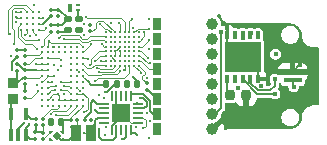
<source format=gbr>
%TF.GenerationSoftware,KiCad,Pcbnew,8.0.7*%
%TF.CreationDate,2025-01-03T20:06:20-08:00*%
%TF.ProjectId,Miniscope-v4-Wire-Free,4d696e69-7363-46f7-9065-2d76342d5769,rev?*%
%TF.SameCoordinates,Original*%
%TF.FileFunction,Copper,L6,Bot*%
%TF.FilePolarity,Positive*%
%FSLAX46Y46*%
G04 Gerber Fmt 4.6, Leading zero omitted, Abs format (unit mm)*
G04 Created by KiCad (PCBNEW 8.0.7) date 2025-01-03 20:06:20*
%MOMM*%
%LPD*%
G01*
G04 APERTURE LIST*
G04 Aperture macros list*
%AMRoundRect*
0 Rectangle with rounded corners*
0 $1 Rounding radius*
0 $2 $3 $4 $5 $6 $7 $8 $9 X,Y pos of 4 corners*
0 Add a 4 corners polygon primitive as box body*
4,1,4,$2,$3,$4,$5,$6,$7,$8,$9,$2,$3,0*
0 Add four circle primitives for the rounded corners*
1,1,$1+$1,$2,$3*
1,1,$1+$1,$4,$5*
1,1,$1+$1,$6,$7*
1,1,$1+$1,$8,$9*
0 Add four rect primitives between the rounded corners*
20,1,$1+$1,$2,$3,$4,$5,0*
20,1,$1+$1,$4,$5,$6,$7,0*
20,1,$1+$1,$6,$7,$8,$9,0*
20,1,$1+$1,$8,$9,$2,$3,0*%
%AMRotRect*
0 Rectangle, with rotation*
0 The origin of the aperture is its center*
0 $1 length*
0 $2 width*
0 $3 Rotation angle, in degrees counterclockwise*
0 Add horizontal line*
21,1,$1,$2,0,0,$3*%
%AMFreePoly0*
4,1,7,0.110000,0.125000,0.110000,-0.125000,-0.110000,-0.125000,-0.140000,-0.125000,-0.140000,0.095000,0.110000,0.345000,0.110000,0.125000,0.110000,0.125000,$1*%
%AMFreePoly1*
4,1,6,0.140000,0.095000,0.140000,-0.125000,-0.110000,-0.125000,-0.110000,0.275000,-0.040000,0.275000,0.140000,0.095000,0.140000,0.095000,$1*%
%AMFreePoly2*
4,1,8,0.110000,0.125000,0.110000,-0.125000,-0.110000,-0.125000,-0.140000,-0.125000,-0.140000,0.095000,0.040000,0.275000,0.110000,0.275000,0.110000,0.125000,0.110000,0.125000,$1*%
G04 Aperture macros list end*
%TA.AperFunction,SMDPad,CuDef*%
%ADD10RoundRect,0.077500X-0.092500X0.077500X-0.092500X-0.077500X0.092500X-0.077500X0.092500X0.077500X0*%
%TD*%
%TA.AperFunction,SMDPad,CuDef*%
%ADD11C,0.228600*%
%TD*%
%TA.AperFunction,ComponentPad*%
%ADD12C,1.000000*%
%TD*%
%TA.AperFunction,SMDPad,CuDef*%
%ADD13R,1.500000X0.450000*%
%TD*%
%TA.AperFunction,SMDPad,CuDef*%
%ADD14RoundRect,0.145000X0.145000X0.170000X-0.145000X0.170000X-0.145000X-0.170000X0.145000X-0.170000X0*%
%TD*%
%TA.AperFunction,SMDPad,CuDef*%
%ADD15RoundRect,0.145000X-0.145000X-0.170000X0.145000X-0.170000X0.145000X0.170000X-0.145000X0.170000X0*%
%TD*%
%TA.AperFunction,SMDPad,CuDef*%
%ADD16RoundRect,0.077500X0.092500X-0.077500X0.092500X0.077500X-0.092500X0.077500X-0.092500X-0.077500X0*%
%TD*%
%TA.AperFunction,SMDPad,CuDef*%
%ADD17RoundRect,0.202500X-0.202500X-0.232500X0.202500X-0.232500X0.202500X0.232500X-0.202500X0.232500X0*%
%TD*%
%TA.AperFunction,SMDPad,CuDef*%
%ADD18RoundRect,0.077500X-0.077500X-0.092500X0.077500X-0.092500X0.077500X0.092500X-0.077500X0.092500X0*%
%TD*%
%TA.AperFunction,SMDPad,CuDef*%
%ADD19RoundRect,0.145000X0.170000X-0.145000X0.170000X0.145000X-0.170000X0.145000X-0.170000X-0.145000X0*%
%TD*%
%TA.AperFunction,SMDPad,CuDef*%
%ADD20RoundRect,0.222500X0.237500X-0.222500X0.237500X0.222500X-0.237500X0.222500X-0.237500X-0.222500X0*%
%TD*%
%TA.AperFunction,SMDPad,CuDef*%
%ADD21C,0.250000*%
%TD*%
%TA.AperFunction,SMDPad,CuDef*%
%ADD22R,0.812800X1.320800*%
%TD*%
%TA.AperFunction,SMDPad,CuDef*%
%ADD23R,0.340000X0.990000*%
%TD*%
%TA.AperFunction,SMDPad,CuDef*%
%ADD24FreePoly0,90.000000*%
%TD*%
%TA.AperFunction,SMDPad,CuDef*%
%ADD25FreePoly1,90.000000*%
%TD*%
%TA.AperFunction,SMDPad,CuDef*%
%ADD26FreePoly2,270.000000*%
%TD*%
%TA.AperFunction,SMDPad,CuDef*%
%ADD27FreePoly1,270.000000*%
%TD*%
%TA.AperFunction,SMDPad,CuDef*%
%ADD28RotRect,0.480000X0.480000X225.000000*%
%TD*%
%TA.AperFunction,SMDPad,CuDef*%
%ADD29RoundRect,0.050000X-0.050000X0.375000X-0.050000X-0.375000X0.050000X-0.375000X0.050000X0.375000X0*%
%TD*%
%TA.AperFunction,SMDPad,CuDef*%
%ADD30RoundRect,0.050000X-0.375000X0.050000X-0.375000X-0.050000X0.375000X-0.050000X0.375000X0.050000X0*%
%TD*%
%TA.AperFunction,SMDPad,CuDef*%
%ADD31R,1.650000X1.650000*%
%TD*%
%TA.AperFunction,SMDPad,CuDef*%
%ADD32R,0.800000X1.000000*%
%TD*%
%TA.AperFunction,SMDPad,CuDef*%
%ADD33RoundRect,0.080000X-0.080000X0.270000X-0.080000X-0.270000X0.080000X-0.270000X0.080000X0.270000X0*%
%TD*%
%TA.AperFunction,SMDPad,CuDef*%
%ADD34R,3.149999X2.550000*%
%TD*%
%TA.AperFunction,SMDPad,CuDef*%
%ADD35RoundRect,0.077500X0.077500X0.092500X-0.077500X0.092500X-0.077500X-0.092500X0.077500X-0.092500X0*%
%TD*%
%TA.AperFunction,SMDPad,CuDef*%
%ADD36R,0.400000X0.250000*%
%TD*%
%TA.AperFunction,SMDPad,CuDef*%
%ADD37R,0.400000X0.700000*%
%TD*%
%TA.AperFunction,ViaPad*%
%ADD38C,0.304800*%
%TD*%
%TA.AperFunction,ViaPad*%
%ADD39C,0.254000*%
%TD*%
%TA.AperFunction,ViaPad*%
%ADD40C,0.400000*%
%TD*%
%TA.AperFunction,Conductor*%
%ADD41C,0.152400*%
%TD*%
%TA.AperFunction,Conductor*%
%ADD42C,0.101600*%
%TD*%
%TA.AperFunction,Conductor*%
%ADD43C,0.076200*%
%TD*%
%TA.AperFunction,Conductor*%
%ADD44C,0.203200*%
%TD*%
G04 APERTURE END LIST*
D10*
%TO.P,R21,1*%
%TO.N,Net-(U8-IBIAS_MASTER)*%
X82630000Y-68115000D03*
%TO.P,R21,2*%
%TO.N,GND*%
X82630000Y-68665000D03*
%TD*%
D11*
%TO.P,U6,A1,PA25*%
%TO.N,/PUSH_BUT_MCU*%
X90782200Y-63598200D03*
%TO.P,U6,A2,PB22*%
%TO.N,/IR_REC*%
X90782200Y-63198200D03*
%TO.P,U6,A3,PB23*%
%TO.N,/nCHRG*%
X90782200Y-62798200D03*
%TO.P,U6,A4,VDDCORE*%
%TO.N,/VDDCORE*%
X90782200Y-62398200D03*
%TO.P,U6,A5,VSW*%
%TO.N,Net-(U6B-VSW)*%
X90782200Y-61998200D03*
%TO.P,U6,A6,PB30*%
%TO.N,/LED_PWM*%
X90782200Y-61598200D03*
%TO.P,U6,A7,PB00*%
%TO.N,/I2C_BB_SDA*%
X90782200Y-61198200D03*
%TO.P,U6,A8,PB02*%
%TO.N,/I2C_BB_SCL*%
X90782200Y-60798200D03*
%TO.P,U6,B1,PA24*%
%TO.N,/3V3_EN*%
X90382200Y-63598200D03*
%TO.P,U6,B2,GND*%
%TO.N,GND*%
X90382200Y-63198200D03*
%TO.P,U6,B3,PA27*%
%TO.N,unconnected-(U6A-PA27-PadB3)*%
X90382200Y-62798200D03*
%TO.P,U6,B4,\u002ARESET*%
%TO.N,/nRESET*%
X90382200Y-62398200D03*
%TO.P,U6,B5,VDDIO*%
%TO.N,+1V8*%
X90382200Y-61998200D03*
%TO.P,U6,B6,PB31*%
%TO.N,unconnected-(U6A-PB31-PadB6)*%
X90382200Y-61598200D03*
%TO.P,U6,B7,PB01*%
%TO.N,/ENT*%
X90382200Y-61198200D03*
%TO.P,U6,B8,PA00*%
%TO.N,/XIN32*%
X90382200Y-60798200D03*
%TO.P,U6,C1,PA22*%
%TO.N,/PCC_DATA6*%
X89982200Y-63598200D03*
%TO.P,U6,C2,PA23*%
%TO.N,/PCC_DATA7*%
X89982200Y-63198200D03*
%TO.P,U6,C3,VDDIO*%
%TO.N,+1V8*%
X89982200Y-62798200D03*
%TO.P,U6,C4,GND*%
%TO.N,GND*%
X89982200Y-62398200D03*
%TO.P,U6,C5,PA30*%
%TO.N,/SWCLK*%
X89982200Y-61998200D03*
%TO.P,U6,C6,PB03*%
%TO.N,unconnected-(U6A-PB03-PadC6)*%
X89982200Y-61598200D03*
%TO.P,U6,C7,PA02*%
%TO.N,/ADC0*%
X89982200Y-61198200D03*
%TO.P,U6,C8,PA01*%
%TO.N,/XOUT32*%
X89982200Y-60798200D03*
%TO.P,U6,D1,PB17*%
%TO.N,/UART_RX*%
X89582200Y-63598200D03*
%TO.P,U6,D2,PA20*%
%TO.N,/PCC_DATA4*%
X89582200Y-63198200D03*
%TO.P,U6,D3,PA21*%
%TO.N,/PCC_DATA5*%
X89582200Y-62798200D03*
%TO.P,U6,D4,PB16*%
%TO.N,/UART_TX*%
X89582200Y-62398200D03*
%TO.P,U6,D5,PA31*%
%TO.N,/SWDIO*%
X89582200Y-61998200D03*
%TO.P,U6,D6,PA03*%
%TO.N,unconnected-(U6A-PA03-PadD6)*%
X89582200Y-61598200D03*
%TO.P,U6,D7,PB04*%
%TO.N,unconnected-(U6A-PB04-PadD7)*%
X89582200Y-61198200D03*
%TO.P,U6,D8,PB05*%
%TO.N,/SD_DET*%
X89582200Y-60798200D03*
%TO.P,U6,E1,PA18*%
%TO.N,/PCC_DATA2*%
X89182200Y-63598200D03*
%TO.P,U6,E2,PA19*%
%TO.N,/PCC_DATA3*%
X89182200Y-63198200D03*
%TO.P,U6,E3,VDDIO*%
%TO.N,+1V8*%
X89182200Y-62798200D03*
%TO.P,U6,E4,VDDIOB*%
X89182200Y-62398200D03*
%TO.P,U6,E5,GNDANA*%
%TO.N,GND*%
X89182200Y-61998200D03*
%TO.P,U6,E6,PB07*%
%TO.N,unconnected-(U6A-PB07-PadE6)*%
X89182200Y-61598200D03*
%TO.P,U6,E7,PB06*%
%TO.N,unconnected-(U6A-PB06-PadE7)*%
X89182200Y-61198200D03*
%TO.P,U6,E8,VDDANA*%
%TO.N,/VDDA*%
X89182200Y-60798200D03*
%TO.P,U6,F1,PA17*%
%TO.N,/PCC_DATA1*%
X88782200Y-63598200D03*
%TO.P,U6,F2,PA12*%
%TO.N,/PCC_DEN1*%
X88782200Y-63198200D03*
%TO.P,U6,F3,GND*%
%TO.N,GND*%
X88782200Y-62798200D03*
%TO.P,U6,F4,GND*%
X88782200Y-62398200D03*
%TO.P,U6,F5,PB08*%
%TO.N,unconnected-(U6A-PB08-PadF5)*%
X88782200Y-61998200D03*
%TO.P,U6,F6,PA05*%
%TO.N,/SPI1_SCK*%
X88782200Y-61598200D03*
%TO.P,U6,F7,PA04*%
%TO.N,/SPI1_MOSI*%
X88782200Y-61198200D03*
%TO.P,U6,F8,PB09*%
%TO.N,/LED_STATUS*%
X88782200Y-60798200D03*
%TO.P,U6,G1,PA16*%
%TO.N,/PCC_DATA0*%
X88382200Y-63598200D03*
%TO.P,U6,G2,PA13*%
%TO.N,/PCC_DEN2*%
X88382200Y-63198200D03*
%TO.P,U6,G3,PB14*%
%TO.N,/PCC_DEN1*%
X88382200Y-62798200D03*
%TO.P,U6,G4,PB11*%
%TO.N,/SDMMC1_CK*%
X88382200Y-62398200D03*
%TO.P,U6,G5,PA11*%
%TO.N,/SDMMC1_D2*%
X88382200Y-61998200D03*
%TO.P,U6,G6,PA09*%
%TO.N,/SDMMC1_D0*%
X88382200Y-61598200D03*
%TO.P,U6,G7,PA06*%
%TO.N,/SPI1_MISO*%
X88382200Y-61198200D03*
%TO.P,U6,G8,PA07*%
%TO.N,/MONITOR0*%
X88382200Y-60798200D03*
%TO.P,U6,H1,PA14*%
%TO.N,/PCC_CLK*%
X87982200Y-63598200D03*
%TO.P,U6,H2,PA15*%
%TO.N,/TRIGGER0*%
X87982200Y-63198200D03*
%TO.P,U6,H3,PB15*%
%TO.N,/CLK1_OUT*%
X87982200Y-62798200D03*
%TO.P,U6,H4,PB13*%
%TO.N,/RESET_N*%
X87982200Y-62398200D03*
%TO.P,U6,H5,PB12*%
%TO.N,/SPI1_NSS*%
X87982200Y-61998200D03*
%TO.P,U6,H6,PB15*%
%TO.N,/SDMMC1_D3*%
X87982200Y-61598200D03*
%TO.P,U6,H7,PA10*%
%TO.N,/SDMMC1_D1*%
X87982200Y-61198200D03*
%TO.P,U6,H8,PA08*%
%TO.N,/SDMMC1_CMD*%
X87982200Y-60798200D03*
%TD*%
D12*
%TO.P,J21,1,Pin_1*%
%TO.N,+3V3*%
X97000000Y-60055000D03*
%TD*%
%TO.P,J22,1,Pin_1*%
%TO.N,/I2C_BB_SCL*%
X97000000Y-61325000D03*
%TD*%
%TO.P,J24,1,Pin_1*%
%TO.N,/IR_REC*%
X97000000Y-63865000D03*
%TD*%
%TO.P,J25,1,Pin_1*%
%TO.N,/I_LED*%
X97000000Y-65135000D03*
%TD*%
%TO.P,J26,1,Pin_1*%
%TO.N,+1V8*%
X97000000Y-66405000D03*
%TD*%
%TO.P,J27,1,Pin_1*%
%TO.N,/nON*%
X97000000Y-67675000D03*
%TD*%
%TO.P,J23,1,Pin_1*%
%TO.N,/I2C_BB_SDA*%
X97000000Y-62595000D03*
%TD*%
%TO.P,J12,1,Pin_1*%
%TO.N,GND*%
X97000000Y-68945000D03*
%TD*%
D13*
%TO.P,D1,A,A*%
%TO.N,/I_LED*%
X103800000Y-64850000D03*
%TO.P,D1,C,C*%
%TO.N,GND*%
X103800000Y-64150000D03*
%TD*%
D14*
%TO.P,C6,1*%
%TO.N,+1V8*%
X88883400Y-65134000D03*
%TO.P,C6,2*%
%TO.N,GND*%
X87993400Y-65134000D03*
%TD*%
D15*
%TO.P,C7,1*%
%TO.N,+3V3*%
X89746000Y-65159400D03*
%TO.P,C7,2*%
%TO.N,GND*%
X90636000Y-65159400D03*
%TD*%
D16*
%TO.P,C9,1*%
%TO.N,+1V8*%
X83311500Y-59412500D03*
%TO.P,C9,2*%
%TO.N,GND*%
X83311500Y-58862500D03*
%TD*%
%TO.P,C10,1*%
%TO.N,+3V3*%
X83946500Y-59412500D03*
%TO.P,C10,2*%
%TO.N,GND*%
X83946500Y-58862500D03*
%TD*%
%TO.P,C11,1*%
%TO.N,+3V3*%
X80454100Y-62841500D03*
%TO.P,C11,2*%
%TO.N,GND*%
X80454100Y-62291500D03*
%TD*%
D17*
%TO.P,C16,1*%
%TO.N,Net-(U2-HV)*%
X98479000Y-66100200D03*
%TO.P,C16,2*%
%TO.N,GND*%
X99839000Y-66100200D03*
%TD*%
D16*
%TO.P,C27,1*%
%TO.N,+1V8*%
X82016200Y-69800400D03*
%TO.P,C27,2*%
%TO.N,GND*%
X82016200Y-69250400D03*
%TD*%
%TO.P,C36,1*%
%TO.N,/VREF_BOTPLATE*%
X80479500Y-64022600D03*
%TO.P,C36,2*%
%TO.N,GND*%
X80479500Y-63472600D03*
%TD*%
%TO.P,C38,1*%
%TO.N,+3V3*%
X83311500Y-60720600D03*
%TO.P,C38,2*%
%TO.N,GND*%
X83311500Y-60170600D03*
%TD*%
%TO.P,C41,1*%
%TO.N,+3V3*%
X83946500Y-60720600D03*
%TO.P,C41,2*%
%TO.N,GND*%
X83946500Y-60170600D03*
%TD*%
D18*
%TO.P,C48,1*%
%TO.N,/VDD_PIX*%
X85015600Y-68208400D03*
%TO.P,C48,2*%
%TO.N,GND*%
X85565600Y-68208400D03*
%TD*%
D19*
%TO.P,C50,1*%
%TO.N,+3V3*%
X84759300Y-60585800D03*
%TO.P,C50,2*%
%TO.N,GND*%
X84759300Y-59695800D03*
%TD*%
%TO.P,C52,1*%
%TO.N,+1V8*%
X85699100Y-60560400D03*
%TO.P,C52,2*%
%TO.N,GND*%
X85699100Y-59670400D03*
%TD*%
D20*
%TO.P,L4,1*%
%TO.N,Net-(U9--)*%
X80162000Y-66401200D03*
%TO.P,L4,2*%
%TO.N,/VREF_BOTPLATE*%
X80162000Y-65071200D03*
%TD*%
D21*
%TO.P,U8,A1,VDD_PIX*%
%TO.N,/VDD_PIX*%
X86046000Y-66989600D03*
%TO.P,U8,A2,VDD_18*%
%TO.N,+1V8*%
X86046000Y-66489600D03*
%TO.P,U8,A3,TR2*%
%TO.N,GND*%
X86046000Y-65989600D03*
%TO.P,U8,A4,SS_N*%
%TO.N,/SPI1_NSS*%
X86046000Y-65489600D03*
%TO.P,U8,A5,FRAME_VALID*%
%TO.N,/PCC_DEN1*%
X86046000Y-64989600D03*
%TO.P,U8,A6,VSS_COLPC*%
%TO.N,GND*%
X86046000Y-64489600D03*
%TO.P,U8,A7,DOUT7*%
%TO.N,/PCC_DATA5*%
X86046000Y-63989600D03*
%TO.P,U8,A8,CLK_OUT*%
%TO.N,/PCC_CLK*%
X86046000Y-63489600D03*
%TO.P,U8,A9,DOUT2*%
%TO.N,/PCC_DATA0*%
X86046000Y-62989600D03*
%TO.P,U8,A10,VDD_18*%
%TO.N,+1V8*%
X86046000Y-62489600D03*
%TO.P,U8,A11,VSS_COLPC*%
%TO.N,GND*%
X86046000Y-61989600D03*
%TO.P,U8,B1,VDD_33*%
%TO.N,+3V3*%
X85546000Y-66989600D03*
%TO.P,U8,B2,VSS_COLPC*%
%TO.N,GND*%
X85546000Y-66489600D03*
%TO.P,U8,B3,TR1*%
X85546000Y-65989600D03*
%TO.P,U8,B4,SCK*%
%TO.N,/SPI1_SCK*%
X85546000Y-65489600D03*
%TO.P,U8,B5,LINE_VALID*%
%TO.N,/PCC_DEN2*%
X85546000Y-64989600D03*
%TO.P,U8,B6,VDD_PIX*%
%TO.N,/VDD_PIX*%
X85546000Y-64489600D03*
%TO.P,U8,B7,DOUT6*%
%TO.N,/PCC_DATA4*%
X85546000Y-63989600D03*
%TO.P,U8,B8,DOUT4*%
%TO.N,/PCC_DATA2*%
X85546000Y-63489600D03*
%TO.P,U8,B9,DOUT0*%
%TO.N,unconnected-(U8-DOUT0-PadB9)*%
X85546000Y-62989600D03*
%TO.P,U8,B10,VDD_PIX*%
%TO.N,/VDD_PIX*%
X85546000Y-62489600D03*
%TO.P,U8,B11,CLK_OUTP*%
%TO.N,unconnected-(U8-CLK_OUTP-PadB11)*%
X85546000Y-61989600D03*
%TO.P,U8,C1,MONITOR0*%
%TO.N,/MONITOR0*%
X85046000Y-66989600D03*
%TO.P,U8,C2,SCAN_EN*%
%TO.N,GND*%
X85046000Y-66489600D03*
%TO.P,U8,C3,TRIGGER0*%
%TO.N,/TRIGGER0*%
X85046000Y-65989600D03*
%TO.P,U8,C4,RESET_N*%
%TO.N,/RESET_N*%
X85046000Y-65489600D03*
%TO.P,U8,C5,DOUT9*%
%TO.N,/PCC_DATA7*%
X85046000Y-64989600D03*
%TO.P,U8,C6,DOUT8*%
%TO.N,/PCC_DATA6*%
X85046000Y-64489600D03*
%TO.P,U8,C7,DOUT5*%
%TO.N,/PCC_DATA3*%
X85046000Y-63989600D03*
%TO.P,U8,C8,DOUT3*%
%TO.N,/PCC_DATA1*%
X85046000Y-63489600D03*
%TO.P,U8,C9,DOUT1*%
%TO.N,unconnected-(U8-DOUT1-PadC9)*%
X85046000Y-62989600D03*
%TO.P,U8,C10,CLK_OUTN*%
%TO.N,unconnected-(U8-CLK_OUTN-PadC10)*%
X85046000Y-62489600D03*
%TO.P,U8,C11,DOUTP*%
%TO.N,unconnected-(U8-DOUTP-PadC11)*%
X85046000Y-61989600D03*
%TO.P,U8,D1,MONITOR1*%
%TO.N,/MONITOR1*%
X84546000Y-66989600D03*
%TO.P,U8,D2,VSS_18*%
%TO.N,GND*%
X84546000Y-66489600D03*
%TO.P,U8,D10,DOUTN*%
%TO.N,unconnected-(U8-DOUTN-PadD10)*%
X84546000Y-62489600D03*
%TO.P,U8,D11,SYNCP*%
%TO.N,unconnected-(U8-SYNCP-PadD11)*%
X84546000Y-61989600D03*
%TO.P,U8,E1,IBIAS_MASTER*%
%TO.N,Net-(U8-IBIAS_MASTER)*%
X84046000Y-66989600D03*
%TO.P,U8,E2,VSS_33*%
%TO.N,GND*%
X84046000Y-66489600D03*
%TO.P,U8,E10,SYNCN*%
%TO.N,unconnected-(U8-SYNCN-PadE10)*%
X84046000Y-62489600D03*
%TO.P,U8,E11,LVDS_CLK_INP*%
%TO.N,unconnected-(U8-LVDS_CLK_INP-PadE11)*%
X84046000Y-61989600D03*
%TO.P,U8,F1,CP_RESPD*%
%TO.N,unconnected-(U8-CP_RESPD-PadF1)*%
X83546000Y-66989600D03*
%TO.P,U8,F2,MONITOR2*%
%TO.N,/MONITOR2*%
X83546000Y-66489600D03*
%TO.P,U8,F10,LVDS_CLK_INN*%
%TO.N,unconnected-(U8-LVDS_CLK_INN-PadF10)*%
X83546000Y-62489600D03*
%TO.P,U8,F11,VDD_33*%
%TO.N,+3V3*%
X83546000Y-61989600D03*
%TO.P,U8,G1,CP_CALIB*%
%TO.N,unconnected-(U8-CP_CALIB-PadG1)*%
X83046000Y-66989600D03*
%TO.P,U8,G2,VSS_33*%
%TO.N,GND*%
X83046000Y-66489600D03*
%TO.P,U8,G3,VDD_33*%
%TO.N,+3V3*%
X83046000Y-65989600D03*
%TO.P,U8,G4,MISO*%
%TO.N,/SPI1_MISO*%
X83046000Y-65489600D03*
%TO.P,U8,G5,MOSI*%
%TO.N,/SPI1_MOSI*%
X83046000Y-64989600D03*
%TO.P,U8,G6,VSS_18*%
%TO.N,GND*%
X83046000Y-64489600D03*
%TO.P,U8,G7,VSS_18*%
X83046000Y-63989600D03*
%TO.P,U8,G8,VSS_18*%
X83046000Y-63489600D03*
%TO.P,U8,G9,CLK_PLL*%
%TO.N,/CLK1_OUT*%
X83046000Y-62989600D03*
%TO.P,U8,G10,LOCK_DETECT*%
%TO.N,/LOCK_DETECT*%
X83046000Y-62489600D03*
%TO.P,U8,G11,VSS_18*%
%TO.N,GND*%
X83046000Y-61989600D03*
%TO.P,U8,H1,MBSINOUT1*%
%TO.N,unconnected-(U8-MBSINOUT1-PadH1)*%
X82546000Y-66989600D03*
%TO.P,U8,H2,MBSINOUT1*%
%TO.N,unconnected-(U8-MBSINOUT1-PadH2)*%
X82546000Y-66489600D03*
%TO.P,U8,H3,MBSINOUT2*%
%TO.N,unconnected-(U8-MBSINOUT2-PadH3)*%
X82546000Y-65989600D03*
%TO.P,U8,H4,CP_SEL_SAMPLE*%
%TO.N,unconnected-(U8-CP_SEL_SAMPLE-PadH4)*%
X82546000Y-65489600D03*
%TO.P,U8,H5,TEST_ENABLE*%
%TO.N,GND*%
X82546000Y-64989600D03*
%TO.P,U8,H6,VREF_BOTPLATE*%
%TO.N,/VREF_BOTPLATE*%
X82546000Y-64489600D03*
%TO.P,U8,H7,VSS_33*%
%TO.N,GND*%
X82546000Y-63989600D03*
%TO.P,U8,H8,VSS_33*%
X82546000Y-63489600D03*
%TO.P,U8,H9,VDD_18*%
%TO.N,+1V8*%
X82546000Y-62989600D03*
%TO.P,U8,H10,VDD_33*%
%TO.N,+3V3*%
X82546000Y-62489600D03*
%TO.P,U8,H11,VDD_33*%
X82546000Y-61989600D03*
%TD*%
D22*
%TO.P,J9,1,Pin_1*%
%TO.N,GND*%
X85446800Y-69347600D03*
%TD*%
%TO.P,J10,1,Pin_1*%
%TO.N,/BAT+*%
X86716800Y-69347600D03*
%TD*%
D10*
%TO.P,C30,1*%
%TO.N,+3V3*%
X82041600Y-68107400D03*
%TO.P,C30,2*%
%TO.N,GND*%
X82041600Y-68657400D03*
%TD*%
D21*
%TO.P,U4,A1,IO_VL3*%
%TO.N,/SDMMC1_D2*%
X82309000Y-59073300D03*
%TO.P,U4,A2,IO_VCC3*%
%TO.N,/SD_DAT2*%
X81809000Y-59073300D03*
%TO.P,U4,A3,IO_VCC4*%
%TO.N,/SD_DAT3*%
X81309000Y-59073300D03*
%TO.P,U4,A4,IO_VL4*%
%TO.N,/SDMMC1_D3*%
X80809000Y-59073300D03*
%TO.P,U4,B1,IO_VL2*%
%TO.N,/SDMMC1_D1*%
X82309000Y-59573300D03*
%TO.P,U4,B2,IO_VCC2*%
%TO.N,/SD_DAT1*%
X81809000Y-59573300D03*
%TO.P,U4,B3,IO_VCC5*%
%TO.N,/SD_CMD*%
X81309000Y-59573300D03*
%TO.P,U4,B4,IO_VL5*%
%TO.N,/SDMMC1_CMD*%
X80809000Y-59573300D03*
%TO.P,U4,C1,VL*%
%TO.N,+1V8*%
X82309000Y-60073300D03*
%TO.P,U4,C2,VCC*%
%TO.N,+3V3*%
X81809000Y-60073300D03*
%TO.P,U4,C3,GND*%
%TO.N,GND*%
X81309000Y-60073300D03*
%TO.P,U4,C4,EN*%
%TO.N,+1V8*%
X80809000Y-60073300D03*
%TO.P,U4,D1,IO_VL1*%
%TO.N,/SDMMC1_D0*%
X82309000Y-60573300D03*
%TO.P,U4,D2,IO_VCC1*%
%TO.N,/SD_DAT0*%
X81809000Y-60573300D03*
%TO.P,U4,D3,IO_VCC6*%
%TO.N,/SD_CLK*%
X81309000Y-60573300D03*
%TO.P,U4,D4,IO_VL6*%
%TO.N,/SDMMC1_CK*%
X80809000Y-60573300D03*
%TD*%
D23*
%TO.P,U9,1,+*%
%TO.N,+1V8*%
X81218400Y-69495600D03*
%TO.P,U9,2,V-*%
%TO.N,GND*%
X80568400Y-69495600D03*
%TO.P,U9,3,-*%
%TO.N,Net-(U9--)*%
X79918400Y-69495600D03*
%TO.P,U9,4*%
X79918400Y-67675600D03*
%TO.P,U9,5,V+*%
%TO.N,+3V3*%
X81218400Y-67675600D03*
%TD*%
D16*
%TO.P,C37,1*%
%TO.N,VDC*%
X82625800Y-69825800D03*
%TO.P,C37,2*%
%TO.N,GND*%
X82625800Y-69275800D03*
%TD*%
D14*
%TO.P,C51,1*%
%TO.N,/VDD_PIX*%
X84213800Y-68382400D03*
%TO.P,C51,2*%
%TO.N,GND*%
X83323800Y-68382400D03*
%TD*%
D24*
%TO.P,U7,1,VOUT*%
%TO.N,/VDD_PIX*%
X84344600Y-69210800D03*
D25*
%TO.P,U7,2,GND*%
%TO.N,GND*%
X84344600Y-69890800D03*
D26*
%TO.P,U7,3,nSHDN*%
%TO.N,+3V3*%
X83294600Y-69890800D03*
D27*
%TO.P,U7,4,VIN*%
%TO.N,VDC*%
X83294600Y-69210800D03*
D28*
%TO.P,U7,5,EP*%
%TO.N,GND*%
X83819600Y-69550800D03*
%TD*%
D29*
%TO.P,U1,1,HPWR*%
%TO.N,Net-(U1-HPWR)*%
X88480600Y-66171100D03*
%TO.P,U1,2,FSEL*%
%TO.N,GND*%
X88880600Y-66171100D03*
%TO.P,U1,3,PBSTAT*%
%TO.N,/PUSH_BUT_MCU*%
X89280600Y-66171100D03*
%TO.P,U1,4,PGOOD*%
%TO.N,unconnected-(U1-PGOOD-Pad4)*%
X89680600Y-66171100D03*
%TO.P,U1,5,nON*%
%TO.N,/nON*%
X90080600Y-66171100D03*
D30*
%TO.P,U1,6,FB1*%
%TO.N,Net-(U1-FB1)*%
X90730600Y-66821100D03*
%TO.P,U1,7,FB2*%
%TO.N,Net-(U1-FB2)*%
X90730600Y-67221100D03*
%TO.P,U1,8,PWR_ON2*%
%TO.N,/3V3_EN*%
X90730600Y-67621100D03*
%TO.P,U1,9,PWR_ON1*%
%TO.N,+1V8*%
X90730600Y-68021100D03*
%TO.P,U1,10,STBY*%
%TO.N,GND*%
X90730600Y-68421100D03*
D29*
%TO.P,U1,11,SW2*%
%TO.N,Net-(U1-SW2)*%
X90080600Y-69071100D03*
%TO.P,U1,12,BVIN*%
%TO.N,VDC*%
X89680600Y-69071100D03*
%TO.P,U1,13,SW1*%
%TO.N,Net-(U1-SW1)*%
X89280600Y-69071100D03*
%TO.P,U1,14,nCHRG*%
%TO.N,/nCHRG*%
X88880600Y-69071100D03*
%TO.P,U1,15,NTC*%
%TO.N,GND*%
X88480600Y-69071100D03*
D30*
%TO.P,U1,16,PROG*%
%TO.N,Net-(U1-PROG)*%
X87830600Y-68421100D03*
%TO.P,U1,17,BAT*%
%TO.N,/BAT+*%
X87830600Y-68021100D03*
%TO.P,U1,18,V_OUT*%
%TO.N,VDC*%
X87830600Y-67621100D03*
%TO.P,U1,19,SUSP*%
%TO.N,unconnected-(U1-SUSP-Pad19)*%
X87830600Y-67221100D03*
%TO.P,U1,20,V_BUS*%
%TO.N,/USB_VBUS*%
X87830600Y-66821100D03*
D31*
%TO.P,U1,21,GND*%
%TO.N,GND*%
X89280600Y-67621100D03*
%TD*%
D32*
%TO.P,J14,1,Pin_1*%
%TO.N,+3V3*%
X92330200Y-60055000D03*
%TD*%
%TO.P,J15,1,Pin_1*%
%TO.N,/I2C_BB_SCL*%
X92330200Y-61325000D03*
%TD*%
%TO.P,J16,1,Pin_1*%
%TO.N,/I2C_BB_SDA*%
X92330200Y-62595000D03*
%TD*%
%TO.P,J17,1,Pin_1*%
%TO.N,/IR_REC*%
X92330200Y-63865000D03*
%TD*%
%TO.P,J18,1,Pin_1*%
%TO.N,/I_LED*%
X92330200Y-65135000D03*
%TD*%
%TO.P,J19,1,Pin_1*%
%TO.N,+1V8*%
X92330200Y-66405000D03*
%TD*%
%TO.P,J20,1,Pin_1*%
%TO.N,/nON*%
X92330200Y-67675000D03*
%TD*%
D33*
%TO.P,U2,1,GND1*%
%TO.N,GND*%
X98265400Y-61039400D03*
%TO.P,U2,2,VIN*%
%TO.N,+3V3*%
X98915400Y-61039400D03*
%TO.P,U2,3,SCL*%
%TO.N,/I2C_BB_SCL*%
X99565400Y-61039400D03*
%TO.P,U2,4,SDA*%
%TO.N,/I2C_BB_SDA*%
X100215400Y-61039400D03*
%TO.P,U2,5,VDD*%
%TO.N,+1V8*%
X100865400Y-61039400D03*
%TO.P,U2,6,GND2*%
%TO.N,GND*%
X100865400Y-64709400D03*
%TO.P,U2,7,OUT2*%
%TO.N,/EWL_2*%
X100215400Y-64709400D03*
%TO.P,U2,8,OUT1*%
%TO.N,/EWL_1*%
X99565400Y-64709400D03*
%TO.P,U2,9,NC*%
%TO.N,unconnected-(U2-NC-Pad9)*%
X98915400Y-64709400D03*
%TO.P,U2,10,HV*%
%TO.N,Net-(U2-HV)*%
X98265400Y-64709400D03*
D34*
%TO.P,U2,11*%
%TO.N,N/C*%
X99565400Y-62874400D03*
%TD*%
D16*
%TO.P,C44,1*%
%TO.N,+3V3*%
X81114400Y-62828800D03*
%TO.P,C44,2*%
%TO.N,GND*%
X81114400Y-62278800D03*
%TD*%
%TO.P,C40,1*%
%TO.N,+3V3*%
X81114400Y-66334000D03*
%TO.P,C40,2*%
%TO.N,GND*%
X81114400Y-65784000D03*
%TD*%
D10*
%TO.P,C53,1*%
%TO.N,/VREF_BOTPLATE*%
X81114400Y-64615600D03*
%TO.P,C53,2*%
%TO.N,GND*%
X81114400Y-65165600D03*
%TD*%
%TO.P,C49,1*%
%TO.N,+1V8*%
X81114500Y-63447200D03*
%TO.P,C49,2*%
%TO.N,GND*%
X81114500Y-63997200D03*
%TD*%
D16*
%TO.P,R16,1*%
%TO.N,+1V8*%
X91424700Y-65643500D03*
%TO.P,R16,2*%
%TO.N,/PUSH_BUT_MCU*%
X91424700Y-65093500D03*
%TD*%
D35*
%TO.P,R17,1*%
%TO.N,Net-(U1-HPWR)*%
X86751100Y-68213300D03*
%TO.P,R17,2*%
%TO.N,/USB_VBUS*%
X86201100Y-68213300D03*
%TD*%
D32*
%TO.P,J11,1,Pin_1*%
%TO.N,GND*%
X92330200Y-68945000D03*
%TD*%
D10*
%TO.P,R19,1*%
%TO.N,Net-(Q2-B)*%
X86636800Y-60153200D03*
%TO.P,R19,2*%
%TO.N,/LED_STATUS*%
X86636800Y-60703200D03*
%TD*%
D36*
%TO.P,Q2,1,B*%
%TO.N,Net-(Q2-B)*%
X85640600Y-58476000D03*
%TO.P,Q2,2,E*%
%TO.N,GND*%
X85640600Y-58926000D03*
D37*
%TO.P,Q2,3,C*%
%TO.N,Net-(D2-K)*%
X84940600Y-58701000D03*
%TD*%
D38*
%TO.N,Net-(U1-FB1)*%
X87808100Y-66367500D03*
D39*
X90601400Y-66808300D03*
D38*
%TO.N,Net-(U1-FB2)*%
X90857000Y-66367500D03*
%TO.N,Net-(D2-K)*%
X82191800Y-65254200D03*
D39*
X84960400Y-58701000D03*
D38*
%TO.N,Net-(U1-SW1)*%
X87945402Y-69462600D03*
D39*
X89280600Y-68903800D03*
D38*
%TO.N,Net-(U1-SW2)*%
X90614100Y-69513400D03*
%TO.N,Net-(U6B-VSW)*%
X91615200Y-61410790D03*
D39*
%TO.N,Net-(Q2-B)*%
X86630160Y-60112368D03*
X85620800Y-58472400D03*
D38*
%TO.N,Net-(U1-PROG)*%
X87449600Y-68480000D03*
D39*
%TO.N,Net-(U1-HPWR)*%
X88491000Y-66473400D03*
X86738400Y-68213300D03*
D38*
%TO.N,GND*%
X81051000Y-68497400D03*
X83349700Y-68357700D03*
X85474133Y-59612893D03*
X81114500Y-65779600D03*
X92060200Y-69335600D03*
D40*
X99140000Y-68270000D03*
X102200000Y-63590000D03*
D38*
X83957611Y-64010396D03*
D40*
X103820000Y-63550000D03*
X100980000Y-68300000D03*
D38*
X83210000Y-61537800D03*
D40*
X102210000Y-61070000D03*
X99819400Y-66125600D03*
D38*
X81571700Y-61131400D03*
X83556203Y-64504598D03*
X86446800Y-64941400D03*
X83932200Y-66033600D03*
D40*
X99370000Y-62120000D03*
X104410000Y-63580000D03*
D38*
X86131000Y-67544900D03*
X82625800Y-69275800D03*
X85032200Y-68810200D03*
X82090200Y-63476200D03*
X91615200Y-69707000D03*
X83946500Y-60170600D03*
X88417000Y-59963000D03*
X83819600Y-69551500D03*
X81889200Y-58464400D03*
X85722400Y-68835600D03*
X81127200Y-62274400D03*
X89318700Y-67316300D03*
X90282200Y-64535000D03*
X82079700Y-63988900D03*
D39*
X81317700Y-60077300D03*
X89982200Y-62398200D03*
X88782200Y-62398200D03*
X90382200Y-63198200D03*
D38*
%TO.N,/SD_DAT2*%
X79844500Y-60890100D03*
%TO.N,/SD_DAT3*%
X80187400Y-61741000D03*
%TO.N,/SD_DAT0*%
X82067000Y-61017100D03*
%TO.N,/SD_CMD*%
X79971500Y-62769700D03*
D39*
X81305000Y-59569300D03*
D38*
%TO.N,/SD_CLK*%
X81130607Y-61000993D03*
%TO.N,/SD_DAT1*%
X80352500Y-59937600D03*
D39*
X81813000Y-59582000D03*
D38*
%TO.N,/USB_VBUS*%
X86933200Y-66502800D03*
%TO.N,/SWCLK*%
X86154200Y-60123400D03*
D39*
X89982200Y-61998200D03*
D38*
%TO.N,/SWDIO*%
X86116600Y-61029800D03*
D39*
X89582200Y-61998200D03*
D38*
%TO.N,+1V8*%
X91676198Y-62223610D03*
D40*
X100860800Y-61045600D03*
D38*
X81508200Y-68522800D03*
X81114500Y-63447200D03*
X82706100Y-60017900D03*
X91676174Y-59683600D03*
X84465600Y-66006475D03*
X84160800Y-63595200D03*
X88021597Y-68785053D03*
X82143200Y-62210900D03*
X91145275Y-68904400D03*
D40*
X102350000Y-62640000D03*
D38*
X85664425Y-60683005D03*
X87920000Y-65805000D03*
D39*
X86054800Y-66490800D03*
X92330200Y-66405000D03*
X89182200Y-62798200D03*
X86726200Y-61766400D03*
X90730600Y-68021100D03*
X90382200Y-61998200D03*
X89982200Y-62798200D03*
D38*
%TO.N,/SPI1_MOSI*%
X83451300Y-64966800D03*
D39*
X88782200Y-61198200D03*
D38*
%TO.N,/SPI1_MISO*%
X83787717Y-65298375D03*
D39*
X88382200Y-61198200D03*
%TO.N,/SPI1_SCK*%
X88782200Y-61598200D03*
X85787754Y-65731537D03*
%TO.N,/SPI1_NSS*%
X86052254Y-65490537D03*
X87640600Y-61791800D03*
D38*
%TO.N,/SDMMC1_D0*%
X82884880Y-60430360D03*
D39*
X88382200Y-61598200D03*
D38*
%TO.N,/SDMMC1_D1*%
X83982160Y-61273640D03*
X82675813Y-59581213D03*
%TO.N,/SDMMC1_D3*%
X80365202Y-59074000D03*
X84454600Y-61359968D03*
%TO.N,/SDMMC1_CMD*%
X80377900Y-59505800D03*
D39*
X87982200Y-60798200D03*
%TO.N,/SDMMC1_D2*%
X82309000Y-59073300D03*
X88382200Y-61998200D03*
D38*
%TO.N,/SDMMC1_CK*%
X82346400Y-61461600D03*
D39*
X88382200Y-62398200D03*
D38*
%TO.N,+3V3*%
X83946500Y-60720600D03*
X81216100Y-67684600D03*
D40*
X99133600Y-65490600D03*
D38*
X80035000Y-63950800D03*
X81114500Y-62833200D03*
X91424700Y-64644610D03*
X83792000Y-67802000D03*
X82259295Y-65741708D03*
X83311500Y-60720600D03*
D40*
X98930400Y-61020200D03*
D38*
X83652687Y-65681699D03*
X83300000Y-69880000D03*
D39*
X83946600Y-59416900D03*
X89901200Y-65144600D03*
X83551200Y-61995000D03*
X92365000Y-60039200D03*
X81813000Y-60077300D03*
D40*
%TO.N,/EWL_1*%
X102300000Y-65990000D03*
%TO.N,/EWL_2*%
X102299996Y-64770000D03*
D38*
%TO.N,/LED_PWM*%
X91245317Y-60771100D03*
%TO.N,VDC*%
X89307600Y-69800400D03*
X82625800Y-69830900D03*
X87043200Y-67349700D03*
%TO.N,/ENT*%
X90290855Y-60437692D03*
D39*
X90380880Y-61198200D03*
D38*
%TO.N,/VDD_PIX*%
X85546000Y-64489600D03*
X83627400Y-63519002D03*
D39*
X85546800Y-62490300D03*
X86046000Y-66989600D03*
D38*
%TO.N,/VDDA*%
X89129800Y-60025800D03*
%TO.N,/RESET_N*%
X84480000Y-65346075D03*
X86614267Y-63531700D03*
%TO.N,/TRIGGER0*%
X84165513Y-65676275D03*
X87550000Y-63250000D03*
%TO.N,/MONITOR0*%
X83330000Y-67690000D03*
D39*
X87475000Y-60072600D03*
D38*
%TO.N,/BAT+*%
X86125873Y-69346527D03*
D40*
%TO.N,/IR_REC*%
X101110000Y-65340000D03*
D38*
%TO.N,/XIN32*%
X91628400Y-60466300D03*
%TO.N,/XOUT32*%
X90167400Y-59640800D03*
%TO.N,/VDDCORE*%
X91589800Y-62993600D03*
%TO.N,/nRESET*%
X87437400Y-66084400D03*
D39*
X90382200Y-62398200D03*
D38*
%TO.N,/CLK1_OUT*%
X84150000Y-63150000D03*
X87058100Y-63224392D03*
D39*
%TO.N,/PCC_DEN2*%
X88382200Y-63198200D03*
X85546800Y-64992200D03*
%TO.N,/PCC_DATA0*%
X88382200Y-63598200D03*
X86471360Y-63041480D03*
%TO.N,/PCC_DEN1*%
X88782200Y-63198200D03*
X86046000Y-64989600D03*
%TO.N,/PCC_DATA1*%
X87250000Y-63836500D03*
X85046000Y-63489600D03*
%TO.N,/PCC_DATA3*%
X85045999Y-63988900D03*
X89182200Y-63198200D03*
%TO.N,/PCC_DATA2*%
X87423389Y-64153977D03*
X85546800Y-63493600D03*
%TO.N,/PCC_DATA5*%
X89153600Y-64042800D03*
X89582200Y-62798200D03*
%TO.N,/PCC_DATA4*%
X89582200Y-63198200D03*
X85724600Y-64141300D03*
D38*
%TO.N,/ADC0*%
X90536200Y-68776800D03*
D39*
X89982200Y-61198200D03*
D38*
%TO.N,/PCC_DATA7*%
X84175200Y-65002360D03*
D39*
X89982200Y-63198200D03*
%TO.N,/PCC_DATA6*%
X87056400Y-64916000D03*
X85048960Y-64494360D03*
D40*
%TO.N,/I2C_BB_SDA*%
X100238009Y-60867800D03*
D39*
X90782200Y-61198200D03*
X92381000Y-62595000D03*
D40*
%TO.N,/I2C_BB_SCL*%
X99565419Y-61285419D03*
D39*
X92402600Y-61317200D03*
X90782200Y-60798200D03*
D40*
%TO.N,/I_LED*%
X103900000Y-65410000D03*
D38*
X92123196Y-65025600D03*
%TO.N,/UART_RX*%
X91704600Y-68319600D03*
D39*
X89547946Y-64013589D03*
D38*
%TO.N,/UART_TX*%
X91441871Y-67629458D03*
D39*
X89582200Y-62398200D03*
D38*
%TO.N,/SD_DET*%
X86281200Y-59488402D03*
D39*
%TO.N,/PUSH_BUT_MCU*%
X89280600Y-65863790D03*
X91424700Y-65093500D03*
D40*
%TO.N,/nON*%
X97700000Y-60740000D03*
D39*
%TO.N,/3V3_EN*%
X90730600Y-67621100D03*
X90917200Y-64255600D03*
D38*
%TO.N,/nCHRG*%
X88872000Y-68810200D03*
X87398800Y-68962600D03*
D39*
X91692116Y-63424684D03*
%TD*%
D41*
%TO.N,Net-(U1-FB2)*%
X90730600Y-67221100D02*
X91230000Y-67221100D01*
X91426900Y-67024200D02*
X91426900Y-66681300D01*
X91113100Y-66367500D02*
X90857000Y-66367500D01*
X91230000Y-67221100D02*
X91426900Y-67024200D01*
X91426900Y-66681300D02*
X91113100Y-66367500D01*
%TO.N,Net-(U2-HV)*%
X98265400Y-65886600D02*
X98479000Y-66100200D01*
X98265400Y-64709400D02*
X98265400Y-65886600D01*
D42*
%TO.N,Net-(D2-K)*%
X84940600Y-58701000D02*
X84960400Y-58701000D01*
D41*
%TO.N,Net-(U1-SW2)*%
X90425100Y-69324400D02*
X90614100Y-69513400D01*
X90082200Y-69324400D02*
X90425100Y-69324400D01*
%TO.N,Net-(U9--)*%
X79918400Y-69495600D02*
X79918400Y-67675600D01*
X79918400Y-66644800D02*
X80162000Y-66401200D01*
X79918400Y-67675600D02*
X79918400Y-66644800D01*
D42*
%TO.N,Net-(U6B-VSW)*%
X90782200Y-61998200D02*
X91027790Y-61998200D01*
X91027790Y-61998200D02*
X91615200Y-61410790D01*
%TO.N,Net-(Q2-B)*%
X86636800Y-60119008D02*
X86630160Y-60112368D01*
X85624400Y-58476000D02*
X85620800Y-58472400D01*
X86636800Y-60153200D02*
X86636800Y-60119008D01*
X85640600Y-58476000D02*
X85624400Y-58476000D01*
D41*
%TO.N,Net-(U1-PROG)*%
X87521200Y-68421100D02*
X87462300Y-68480000D01*
X87830600Y-68421100D02*
X87521200Y-68421100D01*
%TO.N,Net-(U1-HPWR)*%
X88480600Y-66171100D02*
X88480600Y-66463000D01*
X88480600Y-66463000D02*
X88491000Y-66473400D01*
X86751100Y-68213300D02*
X86738400Y-68213300D01*
D43*
%TO.N,Net-(U8-IBIAS_MASTER)*%
X84046000Y-66989600D02*
X84046000Y-67114000D01*
X83298200Y-67289490D02*
X82630000Y-67957690D01*
X82630000Y-67960000D02*
X82630000Y-68115000D01*
X84046000Y-67114000D02*
X83870510Y-67289490D01*
X83870510Y-67289490D02*
X83298200Y-67289490D01*
X82630000Y-67957690D02*
X82630000Y-67960000D01*
D41*
%TO.N,GND*%
X82625800Y-69275800D02*
X82625800Y-69275800D01*
X85722400Y-68835600D02*
X85565600Y-69228800D01*
X88880600Y-67221100D02*
X89280600Y-67621100D01*
X90612400Y-65159400D02*
X90612400Y-64865200D01*
D42*
X90080600Y-68421100D02*
X89280600Y-67621100D01*
X86046000Y-65989600D02*
X86435800Y-66379400D01*
X82103600Y-63489600D02*
X82090200Y-63476200D01*
D41*
X104410000Y-63580000D02*
X104370000Y-63580000D01*
X98265400Y-61039400D02*
X98265400Y-61574400D01*
D42*
X86017240Y-66018360D02*
X86046000Y-65989600D01*
D41*
X100865400Y-64174400D02*
X99565400Y-62874400D01*
D42*
X86046000Y-61989600D02*
X86009600Y-61989600D01*
X84046000Y-66147400D02*
X83932200Y-66033600D01*
D41*
X84344600Y-69890800D02*
X84158900Y-69890800D01*
D42*
X83046000Y-61989600D02*
X83046000Y-61701800D01*
D41*
X82041600Y-69225000D02*
X82016200Y-69250400D01*
X83311500Y-60170600D02*
X83946500Y-60170600D01*
X84903600Y-69890800D02*
X85446800Y-69347600D01*
D42*
X85565600Y-68678800D02*
X85722400Y-68835600D01*
X85046000Y-66489600D02*
X84546000Y-66489600D01*
X89182200Y-61998200D02*
X88782200Y-62398200D01*
X85574760Y-66018360D02*
X86017240Y-66018360D01*
X83336969Y-61664769D02*
X83210000Y-61537800D01*
D41*
X83946500Y-58862500D02*
X84014500Y-58862500D01*
X87993400Y-65134000D02*
X87981400Y-65134000D01*
X103820000Y-64130000D02*
X103800000Y-64150000D01*
X98265400Y-61574400D02*
X99565400Y-62874400D01*
X82041600Y-68657400D02*
X82041600Y-69225000D01*
X88482200Y-69324400D02*
X88482200Y-68722328D01*
X100865400Y-64709400D02*
X100865400Y-64174400D01*
X90612400Y-64865200D02*
X90282200Y-64535000D01*
X89011928Y-68192600D02*
X89306000Y-68192600D01*
D42*
X85565600Y-68208400D02*
X85565600Y-68678800D01*
D43*
X82630000Y-69271600D02*
X82625800Y-69275800D01*
D42*
X86435800Y-67240100D02*
X86131000Y-67544900D01*
D41*
X90636000Y-65159400D02*
X90636000Y-64988700D01*
D42*
X83046000Y-66489600D02*
X83502000Y-66033600D01*
X85699100Y-59670400D02*
X85531640Y-59670400D01*
X85684769Y-61664769D02*
X83336969Y-61664769D01*
D41*
X81114400Y-65165600D02*
X81114400Y-65784000D01*
X81122800Y-63988900D02*
X81114500Y-63997200D01*
X104370000Y-63580000D02*
X103800000Y-64150000D01*
X87894599Y-65220801D02*
X86726201Y-65220801D01*
X84284500Y-60170600D02*
X84759300Y-59695800D01*
X84014500Y-58862500D02*
X84759300Y-59607300D01*
D42*
X86046000Y-64540600D02*
X86446800Y-64941400D01*
X85640600Y-59611900D02*
X85699100Y-59670400D01*
D41*
X85565600Y-69228800D02*
X85446800Y-69347600D01*
X81114500Y-63997200D02*
X81057600Y-63997200D01*
X86046000Y-65989600D02*
X86111500Y-65989600D01*
X80568400Y-69495600D02*
X80568400Y-68980000D01*
X85640600Y-58926000D02*
X85640600Y-59611900D01*
X82080400Y-63989600D02*
X82079700Y-63988900D01*
X80568400Y-68980000D02*
X81051000Y-68497400D01*
D42*
X88782200Y-62398200D02*
X88782200Y-62798200D01*
X85546000Y-65989600D02*
X85574760Y-66018360D01*
D41*
X86726201Y-65220801D02*
X86446800Y-64941400D01*
X87981400Y-65134000D02*
X87894599Y-65220801D01*
D42*
X84046000Y-66489600D02*
X84046000Y-66147400D01*
D41*
X83946500Y-60170600D02*
X84284500Y-60170600D01*
D42*
X83046000Y-63989600D02*
X82080400Y-63989600D01*
D41*
X88880600Y-66171100D02*
X88880600Y-67221100D01*
D42*
X82546000Y-64989600D02*
X83046000Y-64489600D01*
X85446800Y-69347600D02*
X85446800Y-69224800D01*
D41*
X84759300Y-59607300D02*
X84759300Y-59695800D01*
D42*
X83046000Y-64489600D02*
X83541205Y-64489600D01*
D41*
X90636000Y-65159400D02*
X90612400Y-65159400D01*
X81057600Y-63997200D02*
X80533000Y-63472600D01*
X80533000Y-63472600D02*
X80479500Y-63472600D01*
X88482200Y-68722328D02*
X89011928Y-68192600D01*
D42*
X85531640Y-59670400D02*
X85474133Y-59612893D01*
X86009600Y-61989600D02*
X85684769Y-61664769D01*
D41*
X81101700Y-62291500D02*
X81114400Y-62278800D01*
D42*
X85546000Y-66489600D02*
X85046000Y-66489600D01*
X86046000Y-64489600D02*
X86046000Y-64540600D01*
D41*
X80454100Y-62291500D02*
X81101700Y-62291500D01*
D42*
X86435800Y-66379400D02*
X86435800Y-67240100D01*
X90730600Y-68421100D02*
X90080600Y-68421100D01*
D41*
X84344600Y-69890800D02*
X84903600Y-69890800D01*
D42*
X83502000Y-66033600D02*
X83932200Y-66033600D01*
D41*
X83946500Y-58862500D02*
X83311500Y-58862500D01*
D42*
X83046000Y-61701800D02*
X83210000Y-61537800D01*
X85446800Y-69224800D02*
X85032200Y-68810200D01*
D41*
X84158900Y-69890800D02*
X83819600Y-69551500D01*
X87993400Y-65134000D02*
X87993400Y-64996700D01*
X82079700Y-63988900D02*
X81122800Y-63988900D01*
X83541205Y-64489600D02*
X83556203Y-64504598D01*
D42*
X83046000Y-63489600D02*
X82103600Y-63489600D01*
D43*
X82630000Y-68665000D02*
X82630000Y-69271600D01*
D42*
X84546000Y-66489600D02*
X84046000Y-66489600D01*
D41*
X82016200Y-69250400D02*
X82600400Y-69250400D01*
X103820000Y-63550000D02*
X103820000Y-64130000D01*
X82600400Y-69250400D02*
X82625800Y-69275800D01*
D42*
%TO.N,/SD_DAT2*%
X81225487Y-58489787D02*
X80101488Y-58489787D01*
X81809000Y-59073300D02*
X81225487Y-58489787D01*
X79780990Y-60890100D02*
X79730200Y-60839310D01*
X80101488Y-58489787D02*
X79730200Y-58861075D01*
X79730200Y-58861075D02*
X79730200Y-60839310D01*
D41*
X79844500Y-60890100D02*
X79780990Y-60890100D01*
D42*
%TO.N,/SD_DAT3*%
X80979498Y-58743798D02*
X80206702Y-58743798D01*
X80022300Y-58928200D02*
X80022300Y-60394800D01*
D41*
X80200100Y-61728300D02*
X80187400Y-61741000D01*
D42*
X80200100Y-60572600D02*
X80200100Y-61728300D01*
X80022300Y-60394800D02*
X80200100Y-60572600D01*
X81309000Y-59073300D02*
X80979498Y-58743798D01*
X80206702Y-58743798D02*
X80022300Y-58928200D01*
%TO.N,/SD_DAT0*%
X81809000Y-60759100D02*
X82067000Y-61017100D01*
X81809000Y-60573300D02*
X81809000Y-60759100D01*
%TO.N,/SD_CLK*%
X81309000Y-60573300D02*
X81309000Y-60822600D01*
X81309000Y-60822600D02*
X81130607Y-61000993D01*
D41*
%TO.N,/USB_VBUS*%
X87830600Y-66821100D02*
X87251500Y-66821100D01*
X86700300Y-66735700D02*
X86700300Y-67514800D01*
X86201100Y-68014000D02*
X86201100Y-68213300D01*
X86933200Y-66502800D02*
X86700300Y-66735700D01*
X87251500Y-66821100D02*
X86933200Y-66502800D01*
X86700300Y-67514800D02*
X86201100Y-68014000D01*
%TO.N,+1V8*%
X82706100Y-60017900D02*
X83311500Y-59412500D01*
D42*
X82309000Y-60073300D02*
X82650700Y-60073300D01*
X91374400Y-68239900D02*
X91374400Y-68675275D01*
X90730600Y-68023600D02*
X90714000Y-68040200D01*
D41*
X88093924Y-65805000D02*
X87920000Y-65805000D01*
X92095200Y-66405000D02*
X92085600Y-66414600D01*
D42*
X81724111Y-61791811D02*
X82143200Y-62210900D01*
D41*
X81508200Y-68635400D02*
X81508200Y-68522800D01*
D42*
X90730600Y-68021100D02*
X91155600Y-68021100D01*
D41*
X91424700Y-65643500D02*
X91568700Y-65643500D01*
D42*
X81114500Y-63447200D02*
X81484200Y-63447200D01*
D41*
X81218400Y-68925200D02*
X81508200Y-68635400D01*
D42*
X81484200Y-63447200D02*
X81941800Y-62989600D01*
X90730600Y-68021100D02*
X90730600Y-68023600D01*
D41*
X88883400Y-65134000D02*
X88764924Y-65134000D01*
D42*
X80506199Y-60376101D02*
X80506199Y-61202799D01*
X80809000Y-60073300D02*
X80506199Y-60376101D01*
X81095211Y-61791811D02*
X81724111Y-61791811D01*
D41*
X91568700Y-65643500D02*
X92330200Y-66405000D01*
D42*
X80506199Y-61202799D02*
X81095211Y-61791811D01*
D41*
X82650700Y-60073300D02*
X82706100Y-60017900D01*
X81523200Y-69800400D02*
X81218400Y-69495600D01*
X81218400Y-69495600D02*
X81218400Y-68925200D01*
D42*
X86046000Y-62489600D02*
X86046000Y-62446600D01*
D41*
X88764924Y-65134000D02*
X88093924Y-65805000D01*
D42*
X91155600Y-68021100D02*
X91374400Y-68239900D01*
X86046000Y-62446600D02*
X86726200Y-61766400D01*
D41*
X92330200Y-66405000D02*
X92095200Y-66405000D01*
X82016200Y-69800400D02*
X81523200Y-69800400D01*
D42*
X89182200Y-62398200D02*
X89182200Y-62798200D01*
X81941800Y-62989600D02*
X82546000Y-62989600D01*
X91374400Y-68675275D02*
X91145275Y-68904400D01*
D41*
X81114500Y-63447200D02*
X81114500Y-63447200D01*
D42*
%TO.N,/SPI1_MOSI*%
X83046000Y-64989600D02*
X83428500Y-64989600D01*
D41*
X83428500Y-64989600D02*
X83451300Y-64966800D01*
D42*
%TO.N,/SPI1_MISO*%
X83046000Y-65489600D02*
X83237225Y-65298375D01*
X83237225Y-65298375D02*
X83787717Y-65298375D01*
%TO.N,/SPI1_SCK*%
X85787754Y-65731354D02*
X85787754Y-65731537D01*
X85546000Y-65489600D02*
X85787754Y-65731354D01*
%TO.N,/SPI1_NSS*%
X87982200Y-61998200D02*
X87847000Y-61998200D01*
X87847000Y-61998200D02*
X87640600Y-61791800D01*
%TO.N,/SDMMC1_D0*%
X82309000Y-60573300D02*
X82741940Y-60573300D01*
X82741940Y-60573300D02*
X82884880Y-60430360D01*
%TO.N,/SDMMC1_D1*%
X82309000Y-59573300D02*
X82667900Y-59573300D01*
D41*
X82667900Y-59573300D02*
X82675813Y-59581213D01*
D42*
X87982200Y-61198200D02*
X87867901Y-61083901D01*
X87867901Y-61083901D02*
X86646699Y-61083901D01*
X84205800Y-61050000D02*
X83982160Y-61273640D01*
X85679600Y-61050000D02*
X84205800Y-61050000D01*
X85993457Y-61363857D02*
X85679600Y-61050000D01*
X86366743Y-61363857D02*
X85993457Y-61363857D01*
X86646699Y-61083901D02*
X86366743Y-61363857D01*
%TO.N,/SDMMC1_D3*%
X85701459Y-61359968D02*
X84454600Y-61359968D01*
D41*
X80365902Y-59073300D02*
X80365202Y-59074000D01*
D42*
X87784000Y-61400000D02*
X86686200Y-61400000D01*
X87982200Y-61598200D02*
X87784000Y-61400000D01*
X86472200Y-61614000D02*
X85955491Y-61614000D01*
X86686200Y-61400000D02*
X86472200Y-61614000D01*
X85955491Y-61614000D02*
X85701459Y-61359968D01*
X80809000Y-59073300D02*
X80365902Y-59073300D01*
D41*
%TO.N,/SDMMC1_CMD*%
X80445400Y-59573300D02*
X80377900Y-59505800D01*
D42*
X80809000Y-59573300D02*
X80445400Y-59573300D01*
%TO.N,/SDMMC1_CK*%
X80784322Y-61121697D02*
X81124225Y-61461600D01*
X81124225Y-61461600D02*
X82346400Y-61461600D01*
D41*
X80809000Y-60573300D02*
X80784322Y-60597978D01*
D42*
X80784322Y-60597978D02*
X80784322Y-61121697D01*
D41*
%TO.N,+3V3*%
X83311500Y-60720600D02*
X83311500Y-60720600D01*
X83946500Y-60720600D02*
X83946500Y-60720600D01*
X89746000Y-65159400D02*
X89886400Y-65159400D01*
D42*
X84736700Y-67798900D02*
X85546000Y-66989600D01*
X83353901Y-65681699D02*
X83652687Y-65681699D01*
X83546000Y-61989800D02*
X83551200Y-61995000D01*
D41*
X92349200Y-60055000D02*
X92365000Y-60039200D01*
D42*
X82714699Y-61317401D02*
X83311500Y-60720600D01*
D41*
X80462400Y-62833200D02*
X80454100Y-62841500D01*
D42*
X81233500Y-62714200D02*
X81114500Y-62833200D01*
D41*
X82041600Y-68107400D02*
X81638900Y-68107400D01*
D42*
X83792000Y-67802000D02*
X84736700Y-67798900D01*
X82714699Y-61820901D02*
X82714699Y-61317401D01*
D41*
X81638900Y-68107400D02*
X81216100Y-67684600D01*
D42*
X83546000Y-61989600D02*
X83546000Y-61989800D01*
D41*
X83294600Y-69890800D02*
X83248100Y-69844300D01*
D42*
X82321400Y-62714200D02*
X81233500Y-62714200D01*
D41*
X80454100Y-62841500D02*
X80454100Y-62890098D01*
X80035000Y-63309198D02*
X80035000Y-63950800D01*
X83946500Y-60720600D02*
X84624500Y-60720600D01*
D42*
X82546000Y-62489600D02*
X82321400Y-62714200D01*
X82546000Y-61989600D02*
X82714699Y-61820901D01*
D41*
X89886400Y-65159400D02*
X89901200Y-65144600D01*
D42*
X83046000Y-65989600D02*
X83353901Y-65681699D01*
D41*
X92330200Y-60055000D02*
X92349200Y-60055000D01*
D42*
X81667003Y-66334000D02*
X82259295Y-65741708D01*
X81114400Y-66334000D02*
X81667003Y-66334000D01*
D41*
X80454100Y-62890098D02*
X80035000Y-63309198D01*
%TO.N,/EWL_1*%
X100781398Y-65990000D02*
X102300000Y-65990000D01*
X99565400Y-64709400D02*
X99565400Y-64774002D01*
X99565400Y-64774002D02*
X100781398Y-65990000D01*
%TO.N,/EWL_2*%
X102299996Y-65320004D02*
X102299996Y-64770000D01*
X100215400Y-64709400D02*
X100215400Y-65059400D01*
X100856000Y-65700000D02*
X101920000Y-65700000D01*
X101920000Y-65700000D02*
X102299996Y-65320004D01*
X100215400Y-65059400D02*
X100856000Y-65700000D01*
D42*
%TO.N,/LED_PWM*%
X91245317Y-61135083D02*
X91245317Y-60771100D01*
X90782200Y-61598200D02*
X91245317Y-61135083D01*
D41*
%TO.N,VDC*%
X87314600Y-67621100D02*
X87830600Y-67621100D01*
X89315200Y-69792800D02*
X89307600Y-69800400D01*
D43*
X83245900Y-69210800D02*
X83294600Y-69210800D01*
D41*
X89680600Y-69608700D02*
X89496500Y-69792800D01*
X89496500Y-69792800D02*
X89315200Y-69792800D01*
D43*
X82625800Y-69830900D02*
X83245900Y-69210800D01*
D41*
X82690800Y-69890800D02*
X82625800Y-69825800D01*
X87043200Y-67349700D02*
X87314600Y-67621100D01*
X89680600Y-69071100D02*
X89680600Y-69608700D01*
X83248100Y-69257300D02*
X83294600Y-69210800D01*
%TO.N,/VDD_PIX*%
X84344600Y-68513200D02*
X84213800Y-68382400D01*
X84361800Y-68234400D02*
X84213800Y-68382400D01*
D42*
X84988000Y-68047600D02*
X84988000Y-68234400D01*
X86046000Y-66989600D02*
X84988000Y-68047600D01*
D41*
X84344600Y-69210800D02*
X84344600Y-68513200D01*
X84988000Y-68234400D02*
X84361800Y-68234400D01*
%TO.N,/VREF_BOTPLATE*%
X80479400Y-64753800D02*
X80162000Y-65071200D01*
D42*
X82333700Y-64623900D02*
X81122700Y-64623900D01*
D41*
X81122700Y-64623900D02*
X81114400Y-64615600D01*
X80528600Y-65017600D02*
X80428700Y-65017600D01*
X80479500Y-64022600D02*
X80479500Y-64753700D01*
X80930600Y-64615600D02*
X80528600Y-65017600D01*
D42*
X82546000Y-64489600D02*
X82468000Y-64489600D01*
D41*
X80479500Y-64753700D02*
X80162000Y-65071200D01*
X81114400Y-64615600D02*
X80930600Y-64615600D01*
D42*
X82468000Y-64489600D02*
X82333700Y-64623900D01*
%TO.N,/VDDA*%
X89182200Y-60078200D02*
X89129800Y-60025800D01*
X89182200Y-60798200D02*
X89182200Y-60078200D01*
%TO.N,/RESET_N*%
X86753299Y-63392668D02*
X86614267Y-63531700D01*
X87982200Y-62398200D02*
X87433186Y-62398200D01*
X86753299Y-63078087D02*
X86753299Y-63392668D01*
X84902475Y-65346075D02*
X84480000Y-65346075D01*
X86850000Y-62981386D02*
X86753299Y-63078087D01*
X87433186Y-62398200D02*
X86850000Y-62981386D01*
X85046000Y-65489600D02*
X84902475Y-65346075D01*
%TO.N,/TRIGGER0*%
X87982200Y-63198200D02*
X87601800Y-63198200D01*
X87601800Y-63198200D02*
X87550000Y-63250000D01*
X84732675Y-65676275D02*
X84165513Y-65676275D01*
X85046000Y-65989600D02*
X84732675Y-65676275D01*
%TO.N,/MONITOR0*%
X88382200Y-60798200D02*
X88063000Y-60479000D01*
X88063000Y-60479000D02*
X87881400Y-60479000D01*
X83330000Y-67650000D02*
X83500000Y-67480000D01*
X83330000Y-67690000D02*
X83330000Y-67650000D01*
D41*
X83334800Y-67687326D02*
X83332126Y-67690000D01*
X83332126Y-67690000D02*
X83330000Y-67690000D01*
X83334800Y-67665200D02*
X83334800Y-67687326D01*
D42*
X84590000Y-67480000D02*
X85046000Y-67024000D01*
X83500000Y-67480000D02*
X84590000Y-67480000D01*
X85046000Y-67024000D02*
X85046000Y-66989600D01*
X87881400Y-60479000D02*
X87475000Y-60072600D01*
D41*
%TO.N,/BAT+*%
X87101691Y-68582083D02*
X86716800Y-68966974D01*
D42*
X86126946Y-69347600D02*
X86125873Y-69346527D01*
D41*
X87286200Y-68021100D02*
X87101691Y-68205609D01*
X87830600Y-68021100D02*
X87286200Y-68021100D01*
X87101691Y-68205609D02*
X87101691Y-68582083D01*
X86716800Y-68966974D02*
X86716800Y-69347600D01*
D42*
X86716800Y-69347600D02*
X86126946Y-69347600D01*
%TO.N,/IR_REC*%
X90952000Y-63198200D02*
X91618800Y-63865000D01*
X90782200Y-63198200D02*
X90952000Y-63198200D01*
X91618800Y-63865000D02*
X92381000Y-63865000D01*
%TO.N,/XIN32*%
X90382200Y-60777400D02*
X90382200Y-60798200D01*
X90693300Y-60466300D02*
X90382200Y-60777400D01*
X91628400Y-60466300D02*
X90693300Y-60466300D01*
%TO.N,/XOUT32*%
X90167400Y-59640800D02*
X89982200Y-59826000D01*
X89982200Y-59826000D02*
X89982200Y-60798200D01*
%TO.N,/VDDCORE*%
X90782200Y-62398200D02*
X90994400Y-62398200D01*
X90994400Y-62398200D02*
X91589800Y-62993600D01*
%TO.N,/CLK1_OUT*%
X87982200Y-62798200D02*
X87484292Y-62798200D01*
X83989600Y-62989600D02*
X84150000Y-63150000D01*
X83046000Y-62989600D02*
X83989600Y-62989600D01*
X87484292Y-62798200D02*
X87058100Y-63224392D01*
%TO.N,/PCC_CLK*%
X86046000Y-63489600D02*
X86113500Y-63557100D01*
X86392901Y-63836501D02*
X86046000Y-63489600D01*
X87941099Y-63557099D02*
X87042901Y-63557099D01*
X87941100Y-63557100D02*
X87982200Y-63598200D01*
X87042901Y-63557099D02*
X86763499Y-63836501D01*
X86763499Y-63836501D02*
X86392901Y-63836501D01*
X87982200Y-63598200D02*
X87941099Y-63557099D01*
%TO.N,/PCC_DATA0*%
X86419480Y-62989600D02*
X86471360Y-63041480D01*
X86046000Y-62989600D02*
X86419480Y-62989600D01*
%TO.N,/PCC_DEN1*%
X88782200Y-63198200D02*
X88382200Y-62798200D01*
D41*
X86046000Y-64989600D02*
X86046000Y-65026800D01*
D42*
%TO.N,/PCC_DATA1*%
X87429605Y-63836500D02*
X87250000Y-63836500D01*
X87470706Y-63877601D02*
X87429605Y-63836500D01*
X88782200Y-63598200D02*
X88502799Y-63877601D01*
X88502799Y-63877601D02*
X87470706Y-63877601D01*
%TO.N,/PCC_DATA3*%
X85046000Y-63988901D02*
X85045999Y-63988900D01*
X85046000Y-63989600D02*
X85046000Y-63988901D01*
%TO.N,/PCC_DATA2*%
X89182200Y-63598200D02*
X88677200Y-64103200D01*
X87474166Y-64103200D02*
X87423389Y-64153977D01*
X88677200Y-64103200D02*
X87474166Y-64103200D01*
%TO.N,/PCC_DATA5*%
X86492802Y-64436402D02*
X86046000Y-63989600D01*
X88889990Y-64306410D02*
X87687494Y-64306410D01*
X89153600Y-64042800D02*
X88889990Y-64306410D01*
X87687494Y-64306410D02*
X87557502Y-64436402D01*
X87557502Y-64436402D02*
X86492802Y-64436402D01*
%TO.N,/PCC_DATA4*%
X85560200Y-63989600D02*
X85546000Y-63989600D01*
X85724600Y-64141300D02*
X85560200Y-63989600D01*
%TO.N,/PCC_DATA7*%
X84187960Y-64989600D02*
X84175200Y-65002360D01*
X85021509Y-64965109D02*
X85046000Y-64989600D01*
X85046000Y-64989600D02*
X84187960Y-64989600D01*
%TO.N,/PCC_DATA6*%
X89982200Y-63598200D02*
X89982200Y-64200000D01*
X87332788Y-64639612D02*
X87056400Y-64916000D01*
X85046000Y-64489600D02*
X85046000Y-64491400D01*
X85046000Y-64491400D02*
X85048960Y-64494360D01*
X89542588Y-64639612D02*
X87332788Y-64639612D01*
X89982200Y-64200000D02*
X89542588Y-64639612D01*
%TO.N,/I2C_BB_SDA*%
X92381000Y-62695000D02*
X92381000Y-62595000D01*
%TO.N,/I2C_BB_SCL*%
X92394800Y-61325000D02*
X92402600Y-61317200D01*
X92381000Y-61325000D02*
X92394800Y-61325000D01*
D44*
%TO.N,/I_LED*%
X103800000Y-64850000D02*
X103800000Y-65310000D01*
X103800000Y-65310000D02*
X103900000Y-65410000D01*
D42*
%TO.N,/UART_RX*%
X89582200Y-63598200D02*
X89582200Y-63979335D01*
X89582200Y-63979335D02*
X89547946Y-64013589D01*
%TO.N,/SD_DET*%
X86357398Y-59564600D02*
X86281200Y-59488402D01*
X89582200Y-60798200D02*
X89582200Y-59923400D01*
X89223400Y-59564600D02*
X86357398Y-59564600D01*
X89582200Y-59923400D02*
X89223400Y-59564600D01*
%TO.N,/PUSH_BUT_MCU*%
X91298200Y-64114200D02*
X91298200Y-64288114D01*
X91069102Y-64517212D02*
X91069102Y-64737902D01*
X89280600Y-65899700D02*
X89280600Y-65863790D01*
X89278400Y-65901900D02*
X89280600Y-65899700D01*
X91298200Y-64288114D02*
X91069102Y-64517212D01*
X91069102Y-64737902D02*
X91424700Y-65093500D01*
X90782200Y-63598200D02*
X91298200Y-64114200D01*
D41*
X89280600Y-66171100D02*
X89280600Y-65863790D01*
D44*
%TO.N,/nON*%
X97710000Y-67193210D02*
X97710000Y-60750000D01*
D41*
X91691400Y-67413200D02*
X91953200Y-67675000D01*
X91953200Y-67675000D02*
X92381000Y-67675000D01*
X91142123Y-66037299D02*
X91691400Y-66586576D01*
X90214401Y-66037299D02*
X91142123Y-66037299D01*
D44*
X97228210Y-67675000D02*
X97710000Y-67193210D01*
D41*
X91691400Y-66586576D02*
X91691400Y-67413200D01*
X90080600Y-66171100D02*
X90214401Y-66037299D01*
D44*
X97710000Y-60750000D02*
X97700000Y-60740000D01*
D42*
%TO.N,/LED_STATUS*%
X87302401Y-59793199D02*
X87132600Y-59963000D01*
X87777199Y-59793199D02*
X87302401Y-59793199D01*
X87132600Y-60415000D02*
X86844400Y-60703200D01*
X87132600Y-59963000D02*
X87132600Y-60415000D01*
X86844400Y-60703200D02*
X86636800Y-60703200D01*
X88782200Y-60798200D02*
X87777199Y-59793199D01*
%TO.N,/3V3_EN*%
X90382200Y-63598200D02*
X90917200Y-64133200D01*
X90917200Y-64133200D02*
X90917200Y-64255600D01*
D41*
%TO.N,/nCHRG*%
X88880600Y-68818800D02*
X88872000Y-68810200D01*
D42*
X90907600Y-62798200D02*
X91534084Y-63424684D01*
X90782200Y-62798200D02*
X90907600Y-62798200D01*
D41*
X88880600Y-69071100D02*
X88880600Y-68818800D01*
X88605800Y-69894400D02*
X88880600Y-69619600D01*
X87640600Y-69894400D02*
X88605800Y-69894400D01*
X88880600Y-69619600D02*
X88880600Y-69071100D01*
X87398800Y-69652600D02*
X87640600Y-69894400D01*
X87398800Y-68962600D02*
X87398800Y-69652600D01*
D42*
X91534084Y-63424684D02*
X91692116Y-63424684D01*
%TD*%
%TA.AperFunction,Conductor*%
%TO.N,GND*%
G36*
X97701002Y-59293093D02*
G01*
X97726419Y-59336029D01*
X97754301Y-59476201D01*
X97754302Y-59476205D01*
X97812761Y-59617337D01*
X97897630Y-59744352D01*
X97897632Y-59744354D01*
X97897634Y-59744357D01*
X98005642Y-59852365D01*
X98005645Y-59852367D01*
X98005648Y-59852370D01*
X98132663Y-59937239D01*
X98273795Y-59995698D01*
X98386163Y-60018049D01*
X98423619Y-60025500D01*
X98423620Y-60025500D01*
X98489438Y-60025500D01*
X103591715Y-60025500D01*
X103596715Y-60025500D01*
X103603268Y-60025785D01*
X103762668Y-60039731D01*
X103775569Y-60042006D01*
X103926957Y-60082570D01*
X103939255Y-60087047D01*
X104081290Y-60153279D01*
X104092635Y-60159828D01*
X104187312Y-60226122D01*
X104221009Y-60249717D01*
X104231050Y-60258143D01*
X104341856Y-60368949D01*
X104350282Y-60378990D01*
X104429560Y-60492211D01*
X104440168Y-60507360D01*
X104446722Y-60518712D01*
X104448060Y-60521581D01*
X104505380Y-60644506D01*
X104512948Y-60660734D01*
X104517432Y-60673052D01*
X104557992Y-60824426D01*
X104560268Y-60837335D01*
X104574214Y-60996731D01*
X104574500Y-61003285D01*
X104574500Y-61089724D01*
X104605659Y-61266433D01*
X104667032Y-61435053D01*
X104692071Y-61478421D01*
X104756751Y-61590449D01*
X104786915Y-61626397D01*
X104872091Y-61727908D01*
X104894261Y-61746510D01*
X105009551Y-61843249D01*
X105135091Y-61915730D01*
X105164946Y-61932967D01*
X105164947Y-61932967D01*
X105164950Y-61932969D01*
X105238380Y-61959695D01*
X105333566Y-61994340D01*
X105373469Y-62001376D01*
X105510275Y-62025499D01*
X105510276Y-62025500D01*
X105924800Y-62025500D01*
X105973138Y-62043093D01*
X105998858Y-62087642D01*
X106000000Y-62100700D01*
X106000000Y-66899300D01*
X105982407Y-66947638D01*
X105937858Y-66973358D01*
X105924800Y-66974500D01*
X105510276Y-66974500D01*
X105333566Y-67005659D01*
X105164946Y-67067032D01*
X105047468Y-67134859D01*
X105009551Y-67156751D01*
X105009550Y-67156752D01*
X104872091Y-67272091D01*
X104766031Y-67398491D01*
X104756751Y-67409551D01*
X104755417Y-67411862D01*
X104667032Y-67564946D01*
X104605659Y-67733566D01*
X104574500Y-67910275D01*
X104574500Y-67996714D01*
X104574214Y-68003268D01*
X104560268Y-68162664D01*
X104557992Y-68175573D01*
X104517432Y-68326947D01*
X104512948Y-68339265D01*
X104446722Y-68481287D01*
X104440168Y-68492639D01*
X104350282Y-68621009D01*
X104341856Y-68631050D01*
X104231050Y-68741856D01*
X104221009Y-68750282D01*
X104092639Y-68840168D01*
X104081287Y-68846722D01*
X103939265Y-68912948D01*
X103926947Y-68917432D01*
X103775573Y-68957992D01*
X103762664Y-68960268D01*
X103603269Y-68974214D01*
X103596715Y-68974500D01*
X98423619Y-68974500D01*
X98273798Y-69004301D01*
X98273795Y-69004302D01*
X98132662Y-69062761D01*
X98124222Y-69068401D01*
X98074256Y-69080626D01*
X98028122Y-69057873D01*
X98007406Y-69010789D01*
X98007607Y-68998502D01*
X98012876Y-68944999D01*
X97993415Y-68747400D01*
X97935773Y-68557383D01*
X97869957Y-68434252D01*
X97869956Y-68434251D01*
X97325000Y-68979207D01*
X97325000Y-68902213D01*
X97302851Y-68819555D01*
X97260064Y-68745446D01*
X97199554Y-68684936D01*
X97125445Y-68642149D01*
X97042787Y-68620000D01*
X97025500Y-68620000D01*
X97025500Y-68591438D01*
X97043093Y-68543100D01*
X97047525Y-68538264D01*
X97159275Y-68426513D01*
X97187611Y-68408708D01*
X97329437Y-68359082D01*
X97473400Y-68268624D01*
X97593624Y-68148400D01*
X97684082Y-68004437D01*
X97711499Y-67926082D01*
X102849500Y-67926082D01*
X102849500Y-68073918D01*
X102878342Y-68218913D01*
X102934916Y-68355495D01*
X103017049Y-68478416D01*
X103017051Y-68478418D01*
X103017053Y-68478421D01*
X103121578Y-68582946D01*
X103121581Y-68582948D01*
X103121584Y-68582951D01*
X103244505Y-68665084D01*
X103381087Y-68721658D01*
X103468084Y-68738963D01*
X103526080Y-68750500D01*
X103526082Y-68750500D01*
X103673920Y-68750500D01*
X103722249Y-68740886D01*
X103818913Y-68721658D01*
X103955495Y-68665084D01*
X104078416Y-68582951D01*
X104182951Y-68478416D01*
X104265084Y-68355495D01*
X104321658Y-68218913D01*
X104350500Y-68073918D01*
X104350500Y-67926082D01*
X104321658Y-67781087D01*
X104265084Y-67644505D01*
X104182951Y-67521584D01*
X104182948Y-67521581D01*
X104182946Y-67521578D01*
X104078421Y-67417053D01*
X104078418Y-67417051D01*
X104078416Y-67417049D01*
X103955495Y-67334916D01*
X103945227Y-67330663D01*
X103915489Y-67318345D01*
X103818913Y-67278342D01*
X103818910Y-67278341D01*
X103818909Y-67278341D01*
X103673920Y-67249500D01*
X103673918Y-67249500D01*
X103526082Y-67249500D01*
X103526080Y-67249500D01*
X103381090Y-67278341D01*
X103381087Y-67278342D01*
X103244506Y-67334915D01*
X103121581Y-67417051D01*
X103121578Y-67417053D01*
X103017053Y-67521578D01*
X103017051Y-67521581D01*
X102934915Y-67644506D01*
X102878342Y-67781087D01*
X102878341Y-67781090D01*
X102852644Y-67910275D01*
X102849500Y-67926082D01*
X97711499Y-67926082D01*
X97740237Y-67843954D01*
X97759274Y-67675000D01*
X97759747Y-67670803D01*
X97762048Y-67671062D01*
X97776867Y-67630348D01*
X97781300Y-67625511D01*
X97841865Y-67564946D01*
X97994951Y-67411861D01*
X98041833Y-67330660D01*
X98066100Y-67240091D01*
X98066100Y-67146329D01*
X98066100Y-66849232D01*
X98083693Y-66800894D01*
X98128242Y-66775174D01*
X98166135Y-66778251D01*
X98190579Y-66786805D01*
X98221443Y-66789699D01*
X98221446Y-66789700D01*
X98221452Y-66789700D01*
X98736554Y-66789700D01*
X98736555Y-66789699D01*
X98767421Y-66786805D01*
X98897454Y-66741305D01*
X98938856Y-66710748D01*
X98988190Y-66696201D01*
X99035339Y-66716770D01*
X99047863Y-66732351D01*
X99073101Y-66774100D01*
X99195098Y-66896097D01*
X99342762Y-66985364D01*
X99507485Y-67036693D01*
X99507489Y-67036694D01*
X99579072Y-67043199D01*
X99585000Y-67043198D01*
X99585000Y-66175400D01*
X99602593Y-66127062D01*
X99647142Y-66101342D01*
X99660200Y-66100200D01*
X100017800Y-66100200D01*
X100066138Y-66117793D01*
X100091858Y-66162342D01*
X100093000Y-66175400D01*
X100093000Y-67043199D01*
X100098925Y-67043199D01*
X100098928Y-67043198D01*
X100170509Y-67036694D01*
X100170514Y-67036693D01*
X100335237Y-66985364D01*
X100482901Y-66896097D01*
X100604897Y-66774101D01*
X100694164Y-66626437D01*
X100745493Y-66461714D01*
X100745494Y-66461711D01*
X100752094Y-66389094D01*
X100773990Y-66342548D01*
X100820683Y-66320965D01*
X100826985Y-66320701D01*
X100829538Y-66320701D01*
X100829554Y-66320700D01*
X101952421Y-66320700D01*
X101993736Y-66335737D01*
X101994780Y-66334113D01*
X101999304Y-66337020D01*
X101999305Y-66337021D01*
X102109252Y-66407679D01*
X102234653Y-66444500D01*
X102234656Y-66444500D01*
X102365344Y-66444500D01*
X102365347Y-66444500D01*
X102490748Y-66407679D01*
X102600695Y-66337021D01*
X102686282Y-66238248D01*
X102720947Y-66162342D01*
X102740572Y-66119369D01*
X102740572Y-66119368D01*
X102740574Y-66119364D01*
X102759174Y-65990000D01*
X102740574Y-65860636D01*
X102740572Y-65860631D01*
X102740572Y-65860630D01*
X102686283Y-65741754D01*
X102686279Y-65741747D01*
X102613929Y-65658252D01*
X102600695Y-65642979D01*
X102600693Y-65642978D01*
X102600691Y-65642975D01*
X102583672Y-65632038D01*
X102552519Y-65591105D01*
X102554967Y-65539723D01*
X102562157Y-65527328D01*
X102583362Y-65490600D01*
X102608160Y-65447650D01*
X102630696Y-65363542D01*
X102630696Y-65276467D01*
X102630696Y-65110441D01*
X102648289Y-65062103D01*
X102649062Y-65061197D01*
X102649064Y-65061195D01*
X102663468Y-65044571D01*
X102708416Y-65019562D01*
X102758927Y-65029296D01*
X102791363Y-65069220D01*
X102795500Y-65093809D01*
X102795500Y-65100063D01*
X102795501Y-65100068D01*
X102798852Y-65116914D01*
X102810266Y-65174301D01*
X102866516Y-65258484D01*
X102950699Y-65314734D01*
X103024933Y-65329500D01*
X103365626Y-65329499D01*
X103413963Y-65347092D01*
X103439684Y-65391640D01*
X103440826Y-65404699D01*
X103440826Y-65409997D01*
X103440826Y-65410000D01*
X103459426Y-65539364D01*
X103459426Y-65539365D01*
X103459427Y-65539367D01*
X103459427Y-65539369D01*
X103513716Y-65658245D01*
X103513720Y-65658252D01*
X103564599Y-65716968D01*
X103599305Y-65757021D01*
X103709252Y-65827679D01*
X103834653Y-65864500D01*
X103834656Y-65864500D01*
X103965344Y-65864500D01*
X103965347Y-65864500D01*
X104090748Y-65827679D01*
X104200695Y-65757021D01*
X104286282Y-65658248D01*
X104340574Y-65539364D01*
X104359174Y-65410000D01*
X104359173Y-65409997D01*
X104359174Y-65409996D01*
X104359174Y-65404699D01*
X104376767Y-65356361D01*
X104421316Y-65330641D01*
X104434374Y-65329499D01*
X104575068Y-65329499D01*
X104575068Y-65329498D01*
X104649301Y-65314734D01*
X104733484Y-65258484D01*
X104789734Y-65174301D01*
X104804500Y-65100067D01*
X104804499Y-64856694D01*
X104822092Y-64808359D01*
X104834634Y-64796495D01*
X104912900Y-64737906D01*
X104912904Y-64737903D01*
X105000443Y-64620965D01*
X105000444Y-64620963D01*
X105051494Y-64484095D01*
X105051495Y-64484092D01*
X105057999Y-64423593D01*
X105058000Y-64423582D01*
X105058000Y-64375000D01*
X104605097Y-64375000D01*
X104590426Y-64373555D01*
X104575068Y-64370500D01*
X103024933Y-64370500D01*
X103011388Y-64373195D01*
X103009578Y-64373555D01*
X102994909Y-64375000D01*
X102548114Y-64375000D01*
X102507459Y-64363063D01*
X102490742Y-64352320D01*
X102365345Y-64315500D01*
X102365343Y-64315500D01*
X102234649Y-64315500D01*
X102234646Y-64315500D01*
X102109251Y-64352319D01*
X101999302Y-64422978D01*
X101999301Y-64422978D01*
X101999301Y-64422979D01*
X101998769Y-64423593D01*
X101913716Y-64521747D01*
X101913712Y-64521754D01*
X101859423Y-64640630D01*
X101859423Y-64640632D01*
X101859422Y-64640634D01*
X101859422Y-64640636D01*
X101840822Y-64770000D01*
X101859422Y-64899364D01*
X101859422Y-64899365D01*
X101859423Y-64899367D01*
X101859423Y-64899369D01*
X101913712Y-65018245D01*
X101913716Y-65018251D01*
X101950928Y-65061195D01*
X101969287Y-65109247D01*
X101969296Y-65110441D01*
X101969296Y-65151874D01*
X101951703Y-65200212D01*
X101947271Y-65205048D01*
X101805046Y-65347274D01*
X101758425Y-65369014D01*
X101751871Y-65369300D01*
X101638548Y-65369300D01*
X101590210Y-65351707D01*
X101564490Y-65307158D01*
X101564113Y-65304802D01*
X101560039Y-65276467D01*
X101550574Y-65210636D01*
X101526521Y-65157968D01*
X101520369Y-65116914D01*
X101533400Y-65017937D01*
X101533400Y-64869400D01*
X100940600Y-64869400D01*
X100892262Y-64851807D01*
X100866542Y-64807258D01*
X100865400Y-64794200D01*
X100865400Y-64624600D01*
X100882993Y-64576262D01*
X100927542Y-64550542D01*
X100940600Y-64549400D01*
X101533400Y-64549400D01*
X101533400Y-64400862D01*
X101518264Y-64285899D01*
X101459015Y-64142860D01*
X101410439Y-64079554D01*
X101394899Y-64033777D01*
X101394899Y-63876406D01*
X102542000Y-63876406D01*
X102542000Y-63925000D01*
X103575000Y-63925000D01*
X104025000Y-63925000D01*
X105058000Y-63925000D01*
X105058000Y-63876418D01*
X105057999Y-63876406D01*
X105051495Y-63815907D01*
X105051494Y-63815904D01*
X105000444Y-63679036D01*
X105000443Y-63679034D01*
X104912903Y-63562096D01*
X104795965Y-63474556D01*
X104795963Y-63474555D01*
X104659095Y-63423505D01*
X104659092Y-63423504D01*
X104598593Y-63417000D01*
X104025000Y-63417000D01*
X104025000Y-63925000D01*
X103575000Y-63925000D01*
X103575000Y-63417000D01*
X103001406Y-63417000D01*
X102940907Y-63423504D01*
X102940904Y-63423505D01*
X102804036Y-63474555D01*
X102804034Y-63474556D01*
X102687096Y-63562096D01*
X102599556Y-63679034D01*
X102599555Y-63679036D01*
X102548505Y-63815904D01*
X102548504Y-63815907D01*
X102542000Y-63876406D01*
X101394899Y-63876406D01*
X101394899Y-62640000D01*
X101890826Y-62640000D01*
X101909426Y-62769364D01*
X101909426Y-62769365D01*
X101909427Y-62769367D01*
X101909427Y-62769369D01*
X101963716Y-62888245D01*
X101963720Y-62888252D01*
X102014599Y-62946968D01*
X102049305Y-62987021D01*
X102159252Y-63057679D01*
X102284653Y-63094500D01*
X102284656Y-63094500D01*
X102415344Y-63094500D01*
X102415347Y-63094500D01*
X102540748Y-63057679D01*
X102650695Y-62987021D01*
X102736282Y-62888248D01*
X102790574Y-62769364D01*
X102809174Y-62640000D01*
X102790574Y-62510636D01*
X102790572Y-62510631D01*
X102790572Y-62510630D01*
X102736283Y-62391754D01*
X102736279Y-62391747D01*
X102690032Y-62338377D01*
X102650695Y-62292979D01*
X102540748Y-62222321D01*
X102540746Y-62222320D01*
X102540744Y-62222319D01*
X102415349Y-62185500D01*
X102415347Y-62185500D01*
X102284653Y-62185500D01*
X102284650Y-62185500D01*
X102159255Y-62222319D01*
X102049306Y-62292978D01*
X101963720Y-62391747D01*
X101963716Y-62391754D01*
X101909427Y-62510630D01*
X101909427Y-62510632D01*
X101909426Y-62510634D01*
X101909426Y-62510636D01*
X101890826Y-62640000D01*
X101394899Y-62640000D01*
X101394899Y-61574334D01*
X101380134Y-61500099D01*
X101323884Y-61415916D01*
X101323882Y-61415915D01*
X101323882Y-61415914D01*
X101313321Y-61408858D01*
X101282903Y-61367375D01*
X101279899Y-61346337D01*
X101279899Y-61238343D01*
X101286694Y-61207107D01*
X101301374Y-61174964D01*
X101319974Y-61045600D01*
X101302789Y-60926080D01*
X102849500Y-60926080D01*
X102849500Y-61073919D01*
X102869599Y-61174963D01*
X102878342Y-61218913D01*
X102934916Y-61355495D01*
X103017049Y-61478416D01*
X103017051Y-61478418D01*
X103017053Y-61478421D01*
X103121578Y-61582946D01*
X103121581Y-61582948D01*
X103121584Y-61582951D01*
X103244505Y-61665084D01*
X103381087Y-61721658D01*
X103468084Y-61738963D01*
X103526080Y-61750500D01*
X103526082Y-61750500D01*
X103673920Y-61750500D01*
X103722249Y-61740886D01*
X103818913Y-61721658D01*
X103955495Y-61665084D01*
X104078416Y-61582951D01*
X104182951Y-61478416D01*
X104265084Y-61355495D01*
X104321658Y-61218913D01*
X104350500Y-61073918D01*
X104350500Y-60926082D01*
X104348541Y-60916236D01*
X104335684Y-60851600D01*
X104321658Y-60781087D01*
X104265084Y-60644505D01*
X104182951Y-60521584D01*
X104182948Y-60521581D01*
X104182946Y-60521578D01*
X104078421Y-60417053D01*
X104078418Y-60417051D01*
X104078416Y-60417049D01*
X103955495Y-60334916D01*
X103818913Y-60278342D01*
X103818910Y-60278341D01*
X103818909Y-60278341D01*
X103673920Y-60249500D01*
X103673918Y-60249500D01*
X103526082Y-60249500D01*
X103526080Y-60249500D01*
X103381090Y-60278341D01*
X103381087Y-60278342D01*
X103244506Y-60334915D01*
X103121581Y-60417051D01*
X103121578Y-60417053D01*
X103017053Y-60521578D01*
X103017051Y-60521581D01*
X102934915Y-60644506D01*
X102878342Y-60781087D01*
X102878341Y-60781090D01*
X102849500Y-60926080D01*
X101302789Y-60926080D01*
X101301374Y-60916236D01*
X101286695Y-60884093D01*
X101279899Y-60852853D01*
X101279899Y-60730209D01*
X101273486Y-60681492D01*
X101273486Y-60681490D01*
X101223633Y-60574579D01*
X101223631Y-60574577D01*
X101223629Y-60574574D01*
X101140225Y-60491170D01*
X101140218Y-60491165D01*
X101033314Y-60441315D01*
X101033309Y-60441313D01*
X100999821Y-60436905D01*
X100984593Y-60434900D01*
X100984590Y-60434900D01*
X100746209Y-60434900D01*
X100697492Y-60441313D01*
X100697486Y-60441315D01*
X100590581Y-60491165D01*
X100585188Y-60494942D01*
X100583276Y-60492211D01*
X100548185Y-60508404D01*
X100501276Y-60496726D01*
X100501075Y-60496597D01*
X100428757Y-60450121D01*
X100428756Y-60450120D01*
X100428755Y-60450120D01*
X100303358Y-60413300D01*
X100303356Y-60413300D01*
X100172662Y-60413300D01*
X100107027Y-60432571D01*
X100095660Y-60434973D01*
X100080526Y-60436965D01*
X100047492Y-60441313D01*
X100047486Y-60441315D01*
X99940581Y-60491165D01*
X99935188Y-60494942D01*
X99933678Y-60492785D01*
X99896954Y-60509911D01*
X99847267Y-60496597D01*
X99843696Y-60493601D01*
X99840218Y-60491165D01*
X99733314Y-60441315D01*
X99733309Y-60441313D01*
X99699821Y-60436905D01*
X99684593Y-60434900D01*
X99684590Y-60434900D01*
X99446209Y-60434900D01*
X99397492Y-60441313D01*
X99397486Y-60441315D01*
X99290581Y-60491165D01*
X99285188Y-60494942D01*
X99283678Y-60492785D01*
X99246954Y-60509911D01*
X99197267Y-60496597D01*
X99193696Y-60493601D01*
X99190218Y-60491165D01*
X99083314Y-60441315D01*
X99083309Y-60441313D01*
X99049821Y-60436905D01*
X99034593Y-60434900D01*
X99034590Y-60434900D01*
X98866972Y-60434900D01*
X98818634Y-60417307D01*
X98807312Y-60405479D01*
X98764767Y-60350032D01*
X98641939Y-60255784D01*
X98641935Y-60255782D01*
X98498899Y-60196535D01*
X98425400Y-60186858D01*
X98425400Y-60964200D01*
X98407807Y-61012538D01*
X98363258Y-61038258D01*
X98350200Y-61039400D01*
X98180600Y-61039400D01*
X98132262Y-61021807D01*
X98106542Y-60977258D01*
X98105400Y-60964200D01*
X98105400Y-60962743D01*
X98112196Y-60931503D01*
X98133848Y-60884093D01*
X98140574Y-60869364D01*
X98159174Y-60740000D01*
X98140574Y-60610636D01*
X98138202Y-60605443D01*
X98112195Y-60548492D01*
X98105400Y-60517254D01*
X98105400Y-60186858D01*
X98031900Y-60196535D01*
X97888864Y-60255782D01*
X97888858Y-60255786D01*
X97862549Y-60275972D01*
X97813489Y-60291438D01*
X97765966Y-60271751D01*
X97742216Y-60226122D01*
X97742046Y-60207898D01*
X97759274Y-60055000D01*
X97740237Y-59886046D01*
X97684082Y-59725563D01*
X97593624Y-59581600D01*
X97593623Y-59581599D01*
X97593622Y-59581597D01*
X97473402Y-59461377D01*
X97398597Y-59414374D01*
X97367029Y-59373760D01*
X97368952Y-59322356D01*
X97403468Y-59284214D01*
X97438606Y-59275500D01*
X97652664Y-59275500D01*
X97701002Y-59293093D01*
G37*
%TD.AperFunction*%
%TD*%
M02*

</source>
